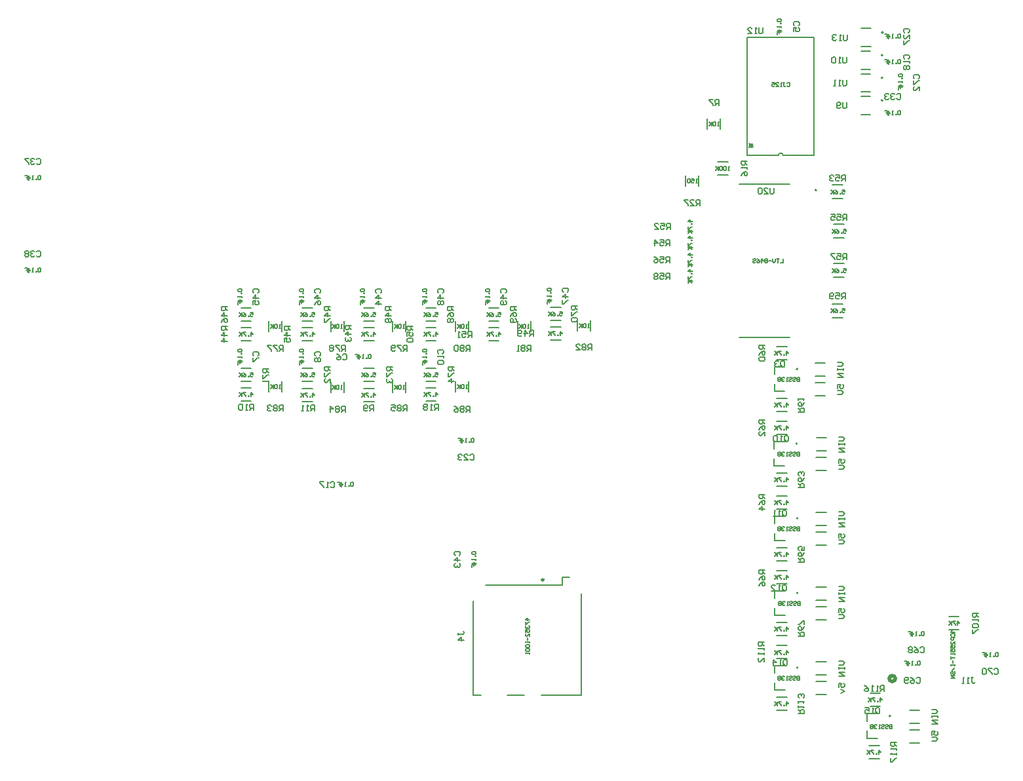
<source format=gbr>
%TF.GenerationSoftware,Altium Limited,Altium Designer,22.2.1 (43)*%
G04 Layer_Color=12429013*
%FSLAX44Y44*%
%MOMM*%
%TF.SameCoordinates,040CE2E0-B857-4D47-B26F-9B72162B56B4*%
%TF.FilePolarity,Positive*%
%TF.FileFunction,Legend,Bot*%
%TF.Part,Single*%
G01*
G75*
%TA.AperFunction,NonConductor*%
%ADD95C,0.2000*%
%ADD96C,0.5080*%
%ADD97C,0.3000*%
%ADD98C,0.1270*%
D95*
X1485185Y1085850D02*
G03*
X1478835Y1085850I-3175J0D01*
G01*
X1504400Y423949D02*
G03*
X1504400Y423949I-1000J0D01*
G01*
X1623780Y361719D02*
G03*
X1623780Y361719I-1000J0D01*
G01*
X1528260Y1040960D02*
G03*
X1528260Y1040960I-1000J0D01*
G01*
X1504320Y520468D02*
G03*
X1504320Y520468I-1000J0D01*
G01*
Y616988D02*
G03*
X1504320Y616988I-1000J0D01*
G01*
X1503490Y713508D02*
G03*
X1503490Y713508I-1000J0D01*
G01*
X1503960Y810029D02*
G03*
X1503960Y810029I-1000J0D01*
G01*
X1614284Y1244900D02*
G03*
X1614284Y1244900I-1000J0D01*
G01*
X1613724Y1157120D02*
G03*
X1613724Y1157120I-1000J0D01*
G01*
Y1186330D02*
G03*
X1613724Y1186330I-1000J0D01*
G01*
Y1215540D02*
G03*
X1613724Y1215540I-1000J0D01*
G01*
X1438860Y1085850D02*
X1478835D01*
X1485185D02*
X1525160D01*
Y1238250D01*
X1438860D02*
X1525160D01*
X1438860Y1085850D02*
Y1238250D01*
D96*
X1626108Y413766D02*
G03*
X1626108Y406146I0J-3810D01*
G01*
D02*
G03*
X1626108Y413766I0J3810D01*
G01*
D97*
X1175430Y537820D02*
G03*
X1175430Y537820I-1000J0D01*
G01*
D98*
X1526190Y800490D02*
X1539590Y800490D01*
X1526190Y817490D02*
X1539590D01*
X1526190Y775090D02*
X1539590Y775090D01*
X1526190Y792090D02*
X1539590Y792090D01*
X1527460Y510930D02*
X1540860D01*
X1527460Y527930D02*
X1540860D01*
X1527460Y485530D02*
X1540860D01*
X1527460Y502530D02*
X1540860D01*
X1527460Y582050D02*
X1540860D01*
X1527460Y599050D02*
X1540860D01*
X1527460Y607450D02*
X1540860Y607450D01*
X1527460Y624450D02*
X1540860D01*
X1527460Y678570D02*
X1540860Y678570D01*
X1527460Y695570D02*
X1540860D01*
X1527900Y703970D02*
X1541300D01*
X1527900Y720970D02*
X1541300D01*
X1474400Y426649D02*
X1487400D01*
X1474400Y395249D02*
X1487400D01*
X1474400Y417149D02*
Y426649D01*
Y395249D02*
Y404749D01*
X1593780Y364419D02*
X1606780D01*
X1593780Y333019D02*
X1606780D01*
X1593780Y354919D02*
Y364419D01*
Y333019D02*
Y342519D01*
X1476660Y436000D02*
X1490060D01*
X1476660Y453000D02*
X1490060D01*
X1527460Y414410D02*
X1540860D01*
X1527460Y431410D02*
X1540860D01*
X1527460Y389010D02*
X1540860D01*
X1527460Y406010D02*
X1540860D01*
X1597310Y373770D02*
X1610710D01*
X1597310Y390770D02*
X1610710D01*
X1596040Y306460D02*
X1609440D01*
X1596040Y323460D02*
X1609440D01*
X1648110Y326780D02*
X1661510D01*
X1648110Y343780D02*
X1661510D01*
X1648110Y352180D02*
X1661510Y352180D01*
X1648110Y369180D02*
X1661510Y369180D01*
X1476660Y368690D02*
X1490060D01*
X1476660Y385690D02*
X1490060D01*
X1428760Y850760D02*
X1493760D01*
X1428760Y1049160D02*
X1493760D01*
X1476660Y561730D02*
X1490060D01*
X1476660Y578730D02*
X1490060D01*
X1476660Y658250D02*
X1490060D01*
X1476660Y675250D02*
X1490060D01*
X1023270Y871610D02*
X1036670D01*
X1023270Y888610D02*
X1036670D01*
X1698910Y489830D02*
X1712310D01*
X1698910Y472830D02*
X1712310D01*
X1474320Y491769D02*
Y501268D01*
Y513669D02*
Y523169D01*
Y491769D02*
X1487320D01*
X1474320Y523169D02*
X1487320D01*
X1476660Y549520D02*
X1490060D01*
X1476660Y532520D02*
X1490060D01*
X1476660Y482210D02*
X1490060D01*
X1476660Y465210D02*
X1490060D01*
X1474320Y588289D02*
Y597788D01*
Y610188D02*
Y619689D01*
Y588289D02*
X1487320D01*
X1474320Y619689D02*
X1487320D01*
X1476660Y646040D02*
X1490060D01*
X1476660Y629040D02*
X1490060D01*
X1473490Y684809D02*
Y694308D01*
Y706709D02*
Y716209D01*
Y684809D02*
X1486490D01*
X1473490Y716209D02*
X1486490D01*
X1476660Y742560D02*
X1490060D01*
X1476660Y725560D02*
X1490060D01*
X1473960Y781329D02*
Y790829D01*
Y803229D02*
Y812729D01*
Y781329D02*
X1486960D01*
X1473960Y812729D02*
X1486960D01*
X1476660Y839080D02*
X1490060D01*
X1476660Y822080D02*
X1490060D01*
X1476660Y771770D02*
X1490060D01*
X1476660Y754770D02*
X1490060D01*
X1548950Y894190D02*
X1562550D01*
X1548950Y876190D02*
X1562550D01*
X1550220Y946260D02*
X1563820D01*
X1550220Y928260D02*
X1563820D01*
X1548910Y1047860D02*
X1562510D01*
X1548910Y1029860D02*
X1562510D01*
X1550220Y997060D02*
X1563820D01*
X1550220Y979060D02*
X1563820D01*
X1376290Y1046130D02*
Y1059530D01*
X1359290Y1046130D02*
Y1059530D01*
X1362770Y1000660D02*
X1368370D01*
X1362770Y988160D02*
X1368370D01*
X1362450Y979070D02*
X1368050D01*
X1362450Y966570D02*
X1368050D01*
X1362450Y957480D02*
X1368050D01*
X1362450Y944980D02*
X1368050D01*
X1362450Y935890D02*
X1368050D01*
X1362450Y923390D02*
X1368050D01*
X1400460Y1060840D02*
X1413860D01*
X1400460Y1077840D02*
X1413860D01*
X1404230Y1119790D02*
Y1133190D01*
X1387230Y1119790D02*
Y1133190D01*
X1586034Y1250100D02*
X1598534D01*
X1586034Y1226700D02*
X1598534D01*
X784510Y888610D02*
X797910D01*
X784510Y871610D02*
X797910D01*
X943260Y846210D02*
X956660D01*
X943260Y863210D02*
X956660D01*
X1023270Y846210D02*
X1036670D01*
X1023270Y863210D02*
X1036670D01*
X1184560Y889880D02*
X1197960D01*
X1184560Y872880D02*
X1197960D01*
X1104550Y888610D02*
X1117950D01*
X1104550Y871610D02*
X1117950D01*
X943260Y888610D02*
X956660D01*
X943260Y871610D02*
X956660D01*
X864080Y888610D02*
X877480D01*
X864080Y871610D02*
X877480D01*
X1236590Y859440D02*
Y872840D01*
X1219590Y859440D02*
Y872840D01*
X1159120Y858170D02*
Y871570D01*
X1142120Y858170D02*
Y871570D01*
X1079110Y858170D02*
Y871570D01*
X1062110Y858170D02*
Y871570D01*
X997830Y858170D02*
Y871570D01*
X980830Y858170D02*
Y871570D01*
X917820Y858170D02*
Y871570D01*
X900820Y858170D02*
Y871570D01*
X864080Y846210D02*
X877480D01*
X864080Y863210D02*
X877480D01*
X837810Y858610D02*
Y872010D01*
X820810Y858610D02*
Y872010D01*
X784510Y846210D02*
X797910D01*
X784510Y863210D02*
X797910D01*
X943260Y811140D02*
X956660D01*
X943260Y794140D02*
X956660D01*
X864080Y811140D02*
X877480D01*
X864080Y794140D02*
X877480D01*
X784510Y811140D02*
X797910D01*
X784510Y794140D02*
X797910D01*
X784510Y768740D02*
X797910D01*
X784510Y785740D02*
X797910D01*
X837810Y780700D02*
Y794100D01*
X820810Y780700D02*
Y794100D01*
X864080Y767470D02*
X877480D01*
X864080Y784470D02*
X877480D01*
X917820Y779430D02*
Y792830D01*
X900820Y779430D02*
Y792830D01*
X943260Y767470D02*
X956660D01*
X943260Y784470D02*
X956660D01*
X997830Y779430D02*
Y792830D01*
X980830Y779430D02*
Y792830D01*
X1023270Y811140D02*
X1036670D01*
X1023270Y794140D02*
X1036670D01*
X1079110Y780700D02*
Y794100D01*
X1062110Y780700D02*
Y794100D01*
X1023270Y785740D02*
X1036670D01*
X1023270Y768740D02*
X1036670D01*
X1104550Y863210D02*
X1117950D01*
X1104550Y846210D02*
X1117950D01*
X1184560Y864480D02*
X1197960D01*
X1184560Y847480D02*
X1197960D01*
X1585474Y1138920D02*
X1597974D01*
X1585474Y1162320D02*
X1597974D01*
X1585474Y1168130D02*
X1597974D01*
X1585474Y1191530D02*
X1597974D01*
X1585474Y1197340D02*
X1597974D01*
X1585474Y1220740D02*
X1597974D01*
X1084430Y388820D02*
X1094430D01*
X1084430D02*
Y510820D01*
X1100430Y530820D02*
X1199430D01*
Y540820D01*
X1209430D01*
X1224430Y388820D02*
Y519820D01*
X1172430Y388820D02*
X1224430D01*
X1128430D02*
X1150430D01*
X1441290Y1096012D02*
X1446368Y1101090D01*
X1441290D02*
X1446368Y1096012D01*
X1441290Y1098551D02*
X1446368D01*
X1443829Y1101090D02*
Y1096012D01*
X1557021Y591820D02*
Y596898D01*
X1560830D01*
X1559560Y594359D01*
Y593089D01*
X1560830Y591820D01*
X1563369D01*
X1564639Y593089D01*
Y595628D01*
X1563369Y596898D01*
X1557021Y589280D02*
X1562100D01*
X1564639Y586741D01*
X1562100Y584202D01*
X1557021D01*
X1460499Y457196D02*
X1452881D01*
Y453387D01*
X1454151Y452118D01*
X1456690D01*
X1457959Y453387D01*
Y457196D01*
Y454657D02*
X1460499Y452118D01*
Y449578D02*
Y447039D01*
Y448309D01*
X1452881D01*
X1454151Y449578D01*
X1460499Y443230D02*
Y440691D01*
Y441961D01*
X1452881D01*
X1454151Y443230D01*
X1460499Y431804D02*
Y436883D01*
X1455420Y431804D01*
X1454151D01*
X1452881Y433074D01*
Y435613D01*
X1454151Y436883D01*
X1489708Y441320D02*
Y446399D01*
X1492247Y443859D01*
X1488862D01*
X1487169Y441320D02*
Y442167D01*
X1486322D01*
Y441320D01*
X1487169D01*
X1482937Y446399D02*
X1479551D01*
Y445552D01*
X1482937Y442167D01*
Y441320D01*
X1477858Y446399D02*
Y441320D01*
Y443013D01*
X1474473Y446399D01*
X1477012Y443859D01*
X1474473Y441320D01*
X1504951Y364494D02*
X1512569D01*
Y368303D01*
X1511299Y369572D01*
X1508760D01*
X1507490Y368303D01*
Y364494D01*
Y367033D02*
X1504951Y369572D01*
Y372112D02*
Y374651D01*
Y373381D01*
X1512569D01*
X1511299Y372112D01*
X1504951Y378460D02*
Y380999D01*
Y379729D01*
X1512569D01*
X1511299Y378460D01*
Y384808D02*
X1512569Y386077D01*
Y388616D01*
X1511299Y389886D01*
X1510030D01*
X1508760Y388616D01*
Y387347D01*
Y388616D01*
X1507490Y389886D01*
X1506221D01*
X1504951Y388616D01*
Y386077D01*
X1506221Y384808D01*
X1489708Y374651D02*
Y379729D01*
X1492247Y377190D01*
X1488862D01*
X1487169Y374651D02*
Y375497D01*
X1486322D01*
Y374651D01*
X1487169D01*
X1482937Y379729D02*
X1479551D01*
Y378883D01*
X1482937Y375497D01*
Y374651D01*
X1477858Y379729D02*
Y374651D01*
Y376344D01*
X1474473Y379729D01*
X1477012Y377190D01*
X1474473Y374651D01*
X1631949Y327656D02*
X1624331D01*
Y323847D01*
X1625601Y322578D01*
X1628140D01*
X1629409Y323847D01*
Y327656D01*
Y325117D02*
X1631949Y322578D01*
Y320038D02*
Y317499D01*
Y318769D01*
X1624331D01*
X1625601Y320038D01*
X1631949Y313690D02*
Y311151D01*
Y312421D01*
X1624331D01*
X1625601Y313690D01*
X1624331Y307342D02*
Y302264D01*
X1625601D01*
X1630679Y307342D01*
X1631949D01*
X1609088Y312421D02*
Y317499D01*
X1611627Y314960D01*
X1608241D01*
X1606549Y312421D02*
Y313267D01*
X1605702D01*
Y312421D01*
X1606549D01*
X1602317Y317499D02*
X1598931D01*
Y316653D01*
X1602317Y313267D01*
Y312421D01*
X1597238Y317499D02*
Y312421D01*
Y314114D01*
X1593853Y317499D01*
X1596392Y314960D01*
X1593853Y312421D01*
X1555751Y784860D02*
Y789938D01*
X1559560D01*
X1558290Y787399D01*
Y786129D01*
X1559560Y784860D01*
X1562099D01*
X1563369Y786129D01*
Y788668D01*
X1562099Y789938D01*
X1555751Y782320D02*
X1560829D01*
X1563369Y779781D01*
X1560829Y777242D01*
X1555751D01*
X1557021Y432432D02*
X1562100D01*
X1564639Y429893D01*
X1562100Y427354D01*
X1557021D01*
Y424814D02*
Y422275D01*
Y423545D01*
X1564639D01*
Y424814D01*
Y422275D01*
Y418466D02*
X1557021D01*
X1564639Y413388D01*
X1557021D01*
X1557021Y398780D02*
Y403858D01*
X1560830D01*
X1559560Y401319D01*
Y400049D01*
X1560830Y398780D01*
X1563369D01*
X1564639Y400049D01*
Y402588D01*
X1563369Y403858D01*
X1559560Y396240D02*
X1564639Y393701D01*
X1559560Y391162D01*
X1615766Y393371D02*
Y400989D01*
X1611957D01*
X1610688Y399719D01*
Y397180D01*
X1611957Y395910D01*
X1615766D01*
X1613227D02*
X1610688Y393371D01*
X1608148D02*
X1605609D01*
X1606879D01*
Y400989D01*
X1608148Y399719D01*
X1601800Y393371D02*
X1599261D01*
X1600531D01*
Y400989D01*
X1601800Y399719D01*
X1590374Y400989D02*
X1592913Y399719D01*
X1595453Y397180D01*
Y394641D01*
X1594183Y393371D01*
X1591644D01*
X1590374Y394641D01*
Y395910D01*
X1591644Y397180D01*
X1595453D01*
X1610358Y379731D02*
Y384809D01*
X1612897Y382270D01*
X1609512D01*
X1607819Y379731D02*
Y380577D01*
X1606972D01*
Y379731D01*
X1607819D01*
X1603587Y384809D02*
X1600201D01*
Y383963D01*
X1603587Y380577D01*
Y379731D01*
X1598508Y384809D02*
Y379731D01*
Y381424D01*
X1595123Y384809D01*
X1597662Y382270D01*
X1595123Y379731D01*
X1557021Y528952D02*
X1562100D01*
X1564639Y526413D01*
X1562100Y523874D01*
X1557021D01*
Y521334D02*
Y518795D01*
Y520065D01*
X1564639D01*
Y521334D01*
Y518795D01*
Y514986D02*
X1557021D01*
X1564639Y509908D01*
X1557021D01*
Y495300D02*
Y500378D01*
X1560830D01*
X1559560Y497839D01*
Y496569D01*
X1560830Y495300D01*
X1563369D01*
X1564639Y496569D01*
Y499108D01*
X1563369Y500378D01*
X1557021Y492760D02*
X1562100D01*
X1564639Y490221D01*
X1562100Y487682D01*
X1557021D01*
Y688340D02*
Y693418D01*
X1560830D01*
X1559560Y690879D01*
Y689609D01*
X1560830Y688340D01*
X1563369D01*
X1564639Y689609D01*
Y692148D01*
X1563369Y693418D01*
X1557021Y685800D02*
X1562100D01*
X1564639Y683261D01*
X1562100Y680722D01*
X1557021D01*
X1555751Y818512D02*
X1560830D01*
X1563369Y815973D01*
X1560830Y813434D01*
X1555751D01*
Y810894D02*
Y808355D01*
Y809625D01*
X1563369D01*
Y810894D01*
Y808355D01*
Y804546D02*
X1555751D01*
X1563369Y799468D01*
X1555751D01*
X1557021Y721992D02*
X1562100D01*
X1564639Y719453D01*
X1562100Y716914D01*
X1557021D01*
Y714374D02*
Y711835D01*
Y713105D01*
X1564639D01*
Y714374D01*
Y711835D01*
Y708026D02*
X1557021D01*
X1564639Y702948D01*
X1557021D01*
X1677671Y336550D02*
Y341628D01*
X1681480D01*
X1680210Y339089D01*
Y337819D01*
X1681480Y336550D01*
X1684019D01*
X1685289Y337819D01*
Y340358D01*
X1684019Y341628D01*
X1677671Y334010D02*
X1682750D01*
X1685289Y331471D01*
X1682750Y328932D01*
X1677671D01*
X1557021Y625472D02*
X1562100D01*
X1564639Y622933D01*
X1562100Y620394D01*
X1557021D01*
Y617854D02*
Y615315D01*
Y616585D01*
X1564639D01*
Y617854D01*
Y615315D01*
Y611506D02*
X1557021D01*
X1564639Y606428D01*
X1557021D01*
X1677671Y370202D02*
X1682750D01*
X1685289Y367663D01*
X1682750Y365124D01*
X1677671D01*
Y362584D02*
Y360045D01*
Y361315D01*
X1685289D01*
Y362584D01*
Y360045D01*
Y356236D02*
X1677671D01*
X1685289Y351158D01*
X1677671D01*
X1604644Y365761D02*
Y370839D01*
X1605913Y372109D01*
X1608452D01*
X1609722Y370839D01*
Y365761D01*
X1608452Y364491D01*
X1605913D01*
X1607183Y367030D02*
X1604644Y364491D01*
X1605913D02*
X1604644Y365761D01*
X1602104Y364491D02*
X1599565D01*
X1600835D01*
Y372109D01*
X1602104Y370839D01*
X1590678Y372109D02*
X1595756D01*
Y368300D01*
X1593217Y369570D01*
X1591948D01*
X1590678Y368300D01*
Y365761D01*
X1591948Y364491D01*
X1594487D01*
X1595756Y365761D01*
X1625596Y350519D02*
Y345441D01*
X1623056D01*
X1622210Y346287D01*
Y347134D01*
X1623056Y347980D01*
X1625596D01*
X1623056D01*
X1622210Y348826D01*
Y349673D01*
X1623056Y350519D01*
X1625596D01*
X1617132Y349673D02*
X1617978Y350519D01*
X1619671D01*
X1620517Y349673D01*
Y348826D01*
X1619671Y347980D01*
X1617978D01*
X1617132Y347134D01*
Y346287D01*
X1617978Y345441D01*
X1619671D01*
X1620517Y346287D01*
X1612053Y349673D02*
X1612900Y350519D01*
X1614592D01*
X1615439Y349673D01*
Y348826D01*
X1614592Y347980D01*
X1612900D01*
X1612053Y347134D01*
Y346287D01*
X1612900Y345441D01*
X1614592D01*
X1615439Y346287D01*
X1610360Y345441D02*
X1608668D01*
X1609514D01*
Y350519D01*
X1610360Y349673D01*
X1606128D02*
X1605282Y350519D01*
X1603589D01*
X1602743Y349673D01*
Y348826D01*
X1603589Y347980D01*
X1604436D01*
X1603589D01*
X1602743Y347134D01*
Y346287D01*
X1603589Y345441D01*
X1605282D01*
X1606128Y346287D01*
X1601050Y349673D02*
X1600204Y350519D01*
X1598511D01*
X1597664Y349673D01*
Y348826D01*
X1598511Y347980D01*
X1597664Y347134D01*
Y346287D01*
X1598511Y345441D01*
X1600204D01*
X1601050Y346287D01*
Y347134D01*
X1600204Y347980D01*
X1601050Y348826D01*
Y349673D01*
X1600204Y347980D02*
X1598511D01*
X1485264Y427991D02*
Y433069D01*
X1486533Y434339D01*
X1489072D01*
X1490342Y433069D01*
Y427991D01*
X1489072Y426721D01*
X1486533D01*
X1487803Y429260D02*
X1485264Y426721D01*
X1486533D02*
X1485264Y427991D01*
X1482724Y426721D02*
X1480185D01*
X1481455D01*
Y434339D01*
X1482724Y433069D01*
X1472568Y426721D02*
Y434339D01*
X1476376Y430530D01*
X1471298D01*
X1506216Y412749D02*
Y407671D01*
X1503676D01*
X1502830Y408517D01*
Y409364D01*
X1503676Y410210D01*
X1506216D01*
X1503676D01*
X1502830Y411056D01*
Y411903D01*
X1503676Y412749D01*
X1506216D01*
X1497751Y411903D02*
X1498598Y412749D01*
X1500291D01*
X1501137Y411903D01*
Y411056D01*
X1500291Y410210D01*
X1498598D01*
X1497751Y409364D01*
Y408517D01*
X1498598Y407671D01*
X1500291D01*
X1501137Y408517D01*
X1492673Y411903D02*
X1493520Y412749D01*
X1495212D01*
X1496059Y411903D01*
Y411056D01*
X1495212Y410210D01*
X1493520D01*
X1492673Y409364D01*
Y408517D01*
X1493520Y407671D01*
X1495212D01*
X1496059Y408517D01*
X1490980Y407671D02*
X1489288D01*
X1490134D01*
Y412749D01*
X1490980Y411903D01*
X1486748D02*
X1485902Y412749D01*
X1484209D01*
X1483363Y411903D01*
Y411056D01*
X1484209Y410210D01*
X1485056D01*
X1484209D01*
X1483363Y409364D01*
Y408517D01*
X1484209Y407671D01*
X1485902D01*
X1486748Y408517D01*
X1481670Y411903D02*
X1480824Y412749D01*
X1479131D01*
X1478284Y411903D01*
Y411056D01*
X1479131Y410210D01*
X1478284Y409364D01*
Y408517D01*
X1479131Y407671D01*
X1480824D01*
X1481670Y408517D01*
Y409364D01*
X1480824Y410210D01*
X1481670Y411056D01*
Y411903D01*
X1480824Y410210D02*
X1479131D01*
X1654811Y1184908D02*
X1653541Y1186178D01*
Y1188717D01*
X1654811Y1189987D01*
X1659889D01*
X1661159Y1188717D01*
Y1186178D01*
X1659889Y1184908D01*
X1653541Y1182369D02*
Y1177291D01*
X1654811D01*
X1659889Y1182369D01*
X1661159D01*
Y1169673D02*
Y1174752D01*
X1656080Y1169673D01*
X1654811D01*
X1653541Y1170943D01*
Y1173482D01*
X1654811Y1174752D01*
X1634917Y1191341D02*
X1634071Y1190494D01*
Y1188801D01*
X1634917Y1187955D01*
X1638303D01*
X1639149Y1188801D01*
Y1190494D01*
X1638303Y1191341D01*
X1634917D01*
X1639149Y1186262D02*
X1638303D01*
Y1185416D01*
X1639149D01*
Y1186262D01*
Y1182030D02*
Y1180338D01*
Y1181184D01*
X1634071D01*
X1634917Y1182030D01*
X1636610Y1177798D02*
Y1176106D01*
X1637457Y1177798D02*
Y1176106D01*
X1634071D02*
X1639996D01*
X1634071Y1171027D02*
Y1174413D01*
X1636610D01*
Y1172720D01*
Y1174413D01*
X1639149D01*
X1737359Y494661D02*
X1729741D01*
Y490852D01*
X1731011Y489582D01*
X1733550D01*
X1734819Y490852D01*
Y494661D01*
Y492122D02*
X1737359Y489582D01*
Y487043D02*
Y484504D01*
Y485774D01*
X1729741D01*
X1731011Y487043D01*
Y480695D02*
X1729741Y479426D01*
Y476886D01*
X1731011Y475617D01*
X1736089D01*
X1737359Y476886D01*
Y479426D01*
X1736089Y480695D01*
X1731011D01*
X1729741Y473078D02*
Y467999D01*
X1731011D01*
X1736089Y473078D01*
X1737359D01*
X1709929Y478790D02*
Y483868D01*
X1712468Y481329D01*
X1709082D01*
X1707390Y483868D02*
X1704004D01*
Y483022D01*
X1707390Y479636D01*
Y478790D01*
X1702311Y483868D02*
Y478790D01*
Y480483D01*
X1698926Y483868D01*
X1701465Y481329D01*
X1698926Y478790D01*
X1727834Y411479D02*
X1730373D01*
X1729104D01*
Y405131D01*
X1730373Y403861D01*
X1731643D01*
X1732912Y405131D01*
X1725295Y403861D02*
X1722756D01*
X1724025D01*
Y411479D01*
X1725295Y410209D01*
X1718947Y403861D02*
X1716408D01*
X1717677D01*
Y411479D01*
X1718947Y410209D01*
X1706805Y472768D02*
X1701726D01*
X1703419Y471075D01*
X1701726Y469382D01*
X1706805D01*
X1702573Y464304D02*
X1701726Y465150D01*
Y466843D01*
X1702573Y467689D01*
X1705958D01*
X1706805Y466843D01*
Y465150D01*
X1705958Y464304D01*
X1706805Y462611D02*
X1701726D01*
Y460072D01*
X1702573Y459225D01*
X1704265D01*
X1705112Y460072D01*
Y462611D01*
X1706805Y454147D02*
Y457533D01*
X1703419Y454147D01*
X1702573D01*
X1701726Y454993D01*
Y456686D01*
X1702573Y457533D01*
X1701726Y449069D02*
Y452454D01*
X1704265D01*
X1703419Y450761D01*
Y449915D01*
X1704265Y449069D01*
X1705958D01*
X1706805Y449915D01*
Y451608D01*
X1705958Y452454D01*
X1701726Y443990D02*
Y447376D01*
X1704265D01*
X1703419Y445683D01*
Y444837D01*
X1704265Y443990D01*
X1705958D01*
X1706805Y444837D01*
Y446530D01*
X1705958Y447376D01*
X1706805Y442298D02*
Y440605D01*
Y441451D01*
X1701726D01*
X1702573Y442298D01*
X1701726Y438066D02*
Y434680D01*
Y436373D01*
X1706805D01*
X1704265Y432987D02*
Y429602D01*
X1701726Y427909D02*
Y426216D01*
Y427062D01*
X1706805D01*
Y427909D01*
Y426216D01*
Y423677D02*
X1703419Y420291D01*
X1702573Y415213D02*
X1701726Y416059D01*
Y417752D01*
X1702573Y418599D01*
X1703419D01*
X1704265Y417752D01*
Y416059D01*
X1705112Y415213D01*
X1705958D01*
X1706805Y416059D01*
Y417752D01*
X1705958Y418599D01*
X1706805Y413520D02*
X1701726D01*
X1706805Y410135D01*
X1701726D01*
X1757678Y421639D02*
X1758948Y422909D01*
X1761487D01*
X1762757Y421639D01*
Y416561D01*
X1761487Y415291D01*
X1758948D01*
X1757678Y416561D01*
X1755139Y422909D02*
X1750061D01*
Y421639D01*
X1755139Y416561D01*
Y415291D01*
X1747522Y421639D02*
X1746252Y422909D01*
X1743713D01*
X1742443Y421639D01*
Y416561D01*
X1743713Y415291D01*
X1746252D01*
X1747522Y416561D01*
Y421639D01*
X1762760Y442890D02*
X1761914Y443736D01*
X1760221D01*
X1759374Y442890D01*
Y439504D01*
X1760221Y438658D01*
X1761914D01*
X1762760Y439504D01*
Y442890D01*
X1757682Y438658D02*
Y439504D01*
X1756835D01*
Y438658D01*
X1757682D01*
X1753450D02*
X1751757D01*
X1752603D01*
Y443736D01*
X1753450Y442890D01*
X1749218Y441197D02*
X1747525D01*
X1749218Y440351D02*
X1747525D01*
Y443736D02*
Y437812D01*
X1742447Y443736D02*
X1745832D01*
Y441197D01*
X1744139D01*
X1745832D01*
Y438658D01*
X1657348Y410209D02*
X1658618Y411479D01*
X1661157D01*
X1662427Y410209D01*
Y405131D01*
X1661157Y403861D01*
X1658618D01*
X1657348Y405131D01*
X1649731Y411479D02*
X1652270Y410209D01*
X1654809Y407670D01*
Y405131D01*
X1653540Y403861D01*
X1651000D01*
X1649731Y405131D01*
Y406400D01*
X1651000Y407670D01*
X1654809D01*
X1647192Y405131D02*
X1645922Y403861D01*
X1643383D01*
X1642113Y405131D01*
Y410209D01*
X1643383Y411479D01*
X1645922D01*
X1647192Y410209D01*
Y408940D01*
X1645922Y407670D01*
X1642113D01*
X1662430Y431460D02*
X1661584Y432306D01*
X1659891D01*
X1659044Y431460D01*
Y428074D01*
X1659891Y427228D01*
X1661584D01*
X1662430Y428074D01*
Y431460D01*
X1657352Y427228D02*
Y428074D01*
X1656505D01*
Y427228D01*
X1657352D01*
X1653120D02*
X1651427D01*
X1652273D01*
Y432306D01*
X1653120Y431460D01*
X1648888Y429767D02*
X1647195D01*
X1648888Y428921D02*
X1647195D01*
Y432306D02*
Y426382D01*
X1642117Y432306D02*
X1645502D01*
Y429767D01*
X1643809D01*
X1645502D01*
Y427228D01*
X1662428Y449579D02*
X1663698Y450849D01*
X1666237D01*
X1667507Y449579D01*
Y444501D01*
X1666237Y443231D01*
X1663698D01*
X1662428Y444501D01*
X1654811Y450849D02*
X1657350Y449579D01*
X1659889Y447040D01*
Y444501D01*
X1658620Y443231D01*
X1656080D01*
X1654811Y444501D01*
Y445770D01*
X1656080Y447040D01*
X1659889D01*
X1652272Y449579D02*
X1651002Y450849D01*
X1648463D01*
X1647193Y449579D01*
Y448310D01*
X1648463Y447040D01*
X1647193Y445770D01*
Y444501D01*
X1648463Y443231D01*
X1651002D01*
X1652272Y444501D01*
Y445770D01*
X1651002Y447040D01*
X1652272Y448310D01*
Y449579D01*
X1651002Y447040D02*
X1648463D01*
X1667510Y469560D02*
X1666664Y470406D01*
X1664971D01*
X1664124Y469560D01*
Y466174D01*
X1664971Y465328D01*
X1666664D01*
X1667510Y466174D01*
Y469560D01*
X1662432Y465328D02*
Y466174D01*
X1661585D01*
Y465328D01*
X1662432D01*
X1658200D02*
X1656507D01*
X1657353D01*
Y470406D01*
X1658200Y469560D01*
X1653968Y467867D02*
X1652275D01*
X1653968Y467021D02*
X1652275D01*
Y470406D02*
Y464482D01*
X1647197Y470406D02*
X1650582D01*
Y467867D01*
X1648889D01*
X1650582D01*
Y465328D01*
X1402078Y1150621D02*
Y1158239D01*
X1398269D01*
X1397000Y1156969D01*
Y1154430D01*
X1398269Y1153160D01*
X1402078D01*
X1399539D02*
X1397000Y1150621D01*
X1394460Y1158239D02*
X1389382D01*
Y1156969D01*
X1394460Y1151891D01*
Y1150621D01*
X1402080Y1123950D02*
X1400387D01*
X1401234D01*
Y1129028D01*
X1402080Y1128182D01*
X1397848D02*
X1397002Y1129028D01*
X1395309D01*
X1394462Y1128182D01*
Y1124796D01*
X1395309Y1123950D01*
X1397002D01*
X1397848Y1124796D01*
Y1128182D01*
X1392770Y1129028D02*
Y1123950D01*
Y1125643D01*
X1389384Y1129028D01*
X1391923Y1126489D01*
X1389384Y1123950D01*
X1438909Y1078862D02*
X1431291D01*
Y1075053D01*
X1432561Y1073784D01*
X1435100D01*
X1436370Y1075053D01*
Y1078862D01*
Y1076323D02*
X1438909Y1073784D01*
Y1071244D02*
Y1068705D01*
Y1069975D01*
X1431291D01*
X1432561Y1071244D01*
X1431291Y1059818D02*
X1432561Y1062357D01*
X1435100Y1064896D01*
X1437639D01*
X1438909Y1063627D01*
Y1061088D01*
X1437639Y1059818D01*
X1436370D01*
X1435100Y1061088D01*
Y1064896D01*
X1416050Y1066800D02*
X1414357D01*
X1415204D01*
Y1071878D01*
X1416050Y1071032D01*
X1411818D02*
X1410972Y1071878D01*
X1409279D01*
X1408432Y1071032D01*
Y1067646D01*
X1409279Y1066800D01*
X1410972D01*
X1411818Y1067646D01*
Y1071032D01*
X1406740D02*
X1405893Y1071878D01*
X1404200D01*
X1403354Y1071032D01*
Y1067646D01*
X1404200Y1066800D01*
X1405893D01*
X1406740Y1067646D01*
Y1071032D01*
X1401661Y1071878D02*
Y1066800D01*
Y1068493D01*
X1398276Y1071878D01*
X1400815Y1069339D01*
X1398276Y1066800D01*
X1377947Y1021081D02*
Y1028699D01*
X1374138D01*
X1372868Y1027429D01*
Y1024890D01*
X1374138Y1023620D01*
X1377947D01*
X1375408D02*
X1372868Y1021081D01*
X1365251D02*
X1370329D01*
X1365251Y1026160D01*
Y1027429D01*
X1366520Y1028699D01*
X1369060D01*
X1370329Y1027429D01*
X1362712Y1028699D02*
X1357633D01*
Y1027429D01*
X1362712Y1022351D01*
Y1021081D01*
X1374140Y1050290D02*
X1372447D01*
X1373294D01*
Y1055368D01*
X1374140Y1054522D01*
X1366523Y1055368D02*
X1369908D01*
Y1052829D01*
X1368215Y1053676D01*
X1367369D01*
X1366523Y1052829D01*
Y1051136D01*
X1367369Y1050290D01*
X1369062D01*
X1369908Y1051136D01*
X1364830Y1054522D02*
X1363983Y1055368D01*
X1362290D01*
X1361444Y1054522D01*
Y1051136D01*
X1362290Y1050290D01*
X1363983D01*
X1364830Y1051136D01*
Y1054522D01*
X1159507Y833121D02*
Y840739D01*
X1155698D01*
X1154429Y839469D01*
Y836930D01*
X1155698Y835660D01*
X1159507D01*
X1156968D02*
X1154429Y833121D01*
X1151890Y839469D02*
X1150620Y840739D01*
X1148081D01*
X1146811Y839469D01*
Y838200D01*
X1148081Y836930D01*
X1146811Y835660D01*
Y834391D01*
X1148081Y833121D01*
X1150620D01*
X1151890Y834391D01*
Y835660D01*
X1150620Y836930D01*
X1151890Y838200D01*
Y839469D01*
X1150620Y836930D02*
X1148081D01*
X1144272Y833121D02*
X1141733D01*
X1143002D01*
Y840739D01*
X1144272Y839469D01*
X1156970Y862330D02*
X1155277D01*
X1156124D01*
Y867408D01*
X1156970Y866562D01*
X1152738D02*
X1151892Y867408D01*
X1150199D01*
X1149352Y866562D01*
Y863176D01*
X1150199Y862330D01*
X1151892D01*
X1152738Y863176D01*
Y866562D01*
X1147660Y867408D02*
Y862330D01*
Y864023D01*
X1144274Y867408D01*
X1146813Y864869D01*
X1144274Y862330D01*
X999487Y755651D02*
Y763269D01*
X995678D01*
X994408Y761999D01*
Y759460D01*
X995678Y758190D01*
X999487D01*
X996947D02*
X994408Y755651D01*
X991869Y761999D02*
X990600Y763269D01*
X988060D01*
X986791Y761999D01*
Y760730D01*
X988060Y759460D01*
X986791Y758190D01*
Y756921D01*
X988060Y755651D01*
X990600D01*
X991869Y756921D01*
Y758190D01*
X990600Y759460D01*
X991869Y760730D01*
Y761999D01*
X990600Y759460D02*
X988060D01*
X979173Y763269D02*
X984252D01*
Y759460D01*
X981712Y760730D01*
X980443D01*
X979173Y759460D01*
Y756921D01*
X980443Y755651D01*
X982982D01*
X984252Y756921D01*
X995680Y783590D02*
X993987D01*
X994834D01*
Y788668D01*
X995680Y787822D01*
X991448D02*
X990602Y788668D01*
X988909D01*
X988063Y787822D01*
Y784436D01*
X988909Y783590D01*
X990602D01*
X991448Y784436D01*
Y787822D01*
X986370Y788668D02*
Y783590D01*
Y785283D01*
X982984Y788668D01*
X985523Y786129D01*
X982984Y783590D01*
X999487Y833121D02*
Y840739D01*
X995678D01*
X994408Y839469D01*
Y836930D01*
X995678Y835660D01*
X999487D01*
X996947D02*
X994408Y833121D01*
X991869Y840739D02*
X986791D01*
Y839469D01*
X991869Y834391D01*
Y833121D01*
X984252Y834391D02*
X982982Y833121D01*
X980443D01*
X979173Y834391D01*
Y839469D01*
X980443Y840739D01*
X982982D01*
X984252Y839469D01*
Y838200D01*
X982982Y836930D01*
X979173D01*
X995680Y862330D02*
X993987D01*
X994834D01*
Y867408D01*
X995680Y866562D01*
X991448D02*
X990602Y867408D01*
X988909D01*
X988063Y866562D01*
Y863176D01*
X988909Y862330D01*
X990602D01*
X991448Y863176D01*
Y866562D01*
X986370Y867408D02*
Y862330D01*
Y864023D01*
X982984Y867408D01*
X985523Y864869D01*
X982984Y862330D01*
X839467Y833121D02*
Y840739D01*
X835658D01*
X834388Y839469D01*
Y836930D01*
X835658Y835660D01*
X839467D01*
X836927D02*
X834388Y833121D01*
X831849Y840739D02*
X826771D01*
Y839469D01*
X831849Y834391D01*
Y833121D01*
X824232Y840739D02*
X819153D01*
Y839469D01*
X824232Y834391D01*
Y833121D01*
X835660Y862838D02*
X833967D01*
X834814D01*
Y867916D01*
X835660Y867070D01*
X831428D02*
X830582Y867916D01*
X828889D01*
X828043Y867070D01*
Y863684D01*
X828889Y862838D01*
X830582D01*
X831428Y863684D01*
Y867070D01*
X826350Y867916D02*
Y862838D01*
Y864531D01*
X822964Y867916D01*
X825503Y865377D01*
X822964Y862838D01*
X1080767Y754381D02*
Y761999D01*
X1076958D01*
X1075688Y760729D01*
Y758190D01*
X1076958Y756920D01*
X1080767D01*
X1078227D02*
X1075688Y754381D01*
X1073149Y760729D02*
X1071880Y761999D01*
X1069340D01*
X1068071Y760729D01*
Y759460D01*
X1069340Y758190D01*
X1068071Y756920D01*
Y755651D01*
X1069340Y754381D01*
X1071880D01*
X1073149Y755651D01*
Y756920D01*
X1071880Y758190D01*
X1073149Y759460D01*
Y760729D01*
X1071880Y758190D02*
X1069340D01*
X1060453Y761999D02*
X1062992Y760729D01*
X1065532Y758190D01*
Y755651D01*
X1064262Y754381D01*
X1061723D01*
X1060453Y755651D01*
Y756920D01*
X1061723Y758190D01*
X1065532D01*
X1076960Y784860D02*
X1075267D01*
X1076114D01*
Y789938D01*
X1076960Y789092D01*
X1072728D02*
X1071882Y789938D01*
X1070189D01*
X1069342Y789092D01*
Y785706D01*
X1070189Y784860D01*
X1071882D01*
X1072728Y785706D01*
Y789092D01*
X1067650Y789938D02*
Y784860D01*
Y786553D01*
X1064264Y789938D01*
X1066803Y787399D01*
X1064264Y784860D01*
X1080767Y833121D02*
Y840739D01*
X1076958D01*
X1075688Y839469D01*
Y836930D01*
X1076958Y835660D01*
X1080767D01*
X1078227D02*
X1075688Y833121D01*
X1073149Y839469D02*
X1071880Y840739D01*
X1069340D01*
X1068071Y839469D01*
Y838200D01*
X1069340Y836930D01*
X1068071Y835660D01*
Y834391D01*
X1069340Y833121D01*
X1071880D01*
X1073149Y834391D01*
Y835660D01*
X1071880Y836930D01*
X1073149Y838200D01*
Y839469D01*
X1071880Y836930D02*
X1069340D01*
X1065532Y839469D02*
X1064262Y840739D01*
X1061723D01*
X1060453Y839469D01*
Y834391D01*
X1061723Y833121D01*
X1064262D01*
X1065532Y834391D01*
Y839469D01*
X1076960Y862330D02*
X1075267D01*
X1076114D01*
Y867408D01*
X1076960Y866562D01*
X1072728D02*
X1071882Y867408D01*
X1070189D01*
X1069342Y866562D01*
Y863176D01*
X1070189Y862330D01*
X1071882D01*
X1072728Y863176D01*
Y866562D01*
X1067650Y867408D02*
Y862330D01*
Y864023D01*
X1064264Y867408D01*
X1066803Y864869D01*
X1064264Y862330D01*
X980439Y812797D02*
X972821D01*
Y808988D01*
X974091Y807718D01*
X976630D01*
X977900Y808988D01*
Y812797D01*
Y810257D02*
X980439Y807718D01*
X972821Y805179D02*
Y800101D01*
X974091D01*
X979169Y805179D01*
X980439D01*
X974091Y797562D02*
X972821Y796292D01*
Y793753D01*
X974091Y792483D01*
X975360D01*
X976630Y793753D01*
Y795022D01*
Y793753D01*
X977900Y792483D01*
X979169D01*
X980439Y793753D01*
Y796292D01*
X979169Y797562D01*
X955464Y805178D02*
X958850D01*
Y802639D01*
X957157Y803486D01*
X956311D01*
X955464Y802639D01*
Y800946D01*
X956311Y800100D01*
X958004D01*
X958850Y800946D01*
X953772Y800100D02*
Y800946D01*
X952925D01*
Y800100D01*
X953772D01*
X946154Y805178D02*
X947847Y804332D01*
X949540Y802639D01*
Y800946D01*
X948693Y800100D01*
X947001D01*
X946154Y800946D01*
Y801793D01*
X947001Y802639D01*
X949540D01*
X944461Y805178D02*
Y800100D01*
Y801793D01*
X941076Y805178D01*
X943615Y802639D01*
X941076Y800100D01*
X1219199Y891537D02*
X1211581D01*
Y887728D01*
X1212851Y886458D01*
X1215390D01*
X1216660Y887728D01*
Y891537D01*
Y888997D02*
X1219199Y886458D01*
X1211581Y883919D02*
Y878841D01*
X1212851D01*
X1217929Y883919D01*
X1219199D01*
X1212851Y876302D02*
X1211581Y875032D01*
Y872493D01*
X1212851Y871223D01*
X1217929D01*
X1219199Y872493D01*
Y875032D01*
X1217929Y876302D01*
X1212851D01*
X1196764Y883918D02*
X1200150D01*
Y881379D01*
X1198457Y882226D01*
X1197611D01*
X1196764Y881379D01*
Y879686D01*
X1197611Y878840D01*
X1199304D01*
X1200150Y879686D01*
X1195072Y878840D02*
Y879686D01*
X1194225D01*
Y878840D01*
X1195072D01*
X1187454Y883918D02*
X1189147Y883072D01*
X1190840Y881379D01*
Y879686D01*
X1189993Y878840D01*
X1188300D01*
X1187454Y879686D01*
Y880533D01*
X1188300Y881379D01*
X1190840D01*
X1185761Y883918D02*
Y878840D01*
Y880533D01*
X1182376Y883918D01*
X1184915Y881379D01*
X1182376Y878840D01*
X1059179Y890267D02*
X1051561D01*
Y886458D01*
X1052831Y885188D01*
X1055370D01*
X1056640Y886458D01*
Y890267D01*
Y887728D02*
X1059179Y885188D01*
X1051561Y877571D02*
X1052831Y880110D01*
X1055370Y882649D01*
X1057909D01*
X1059179Y881380D01*
Y878840D01*
X1057909Y877571D01*
X1056640D01*
X1055370Y878840D01*
Y882649D01*
X1052831Y875032D02*
X1051561Y873762D01*
Y871223D01*
X1052831Y869953D01*
X1054100D01*
X1055370Y871223D01*
X1056640Y869953D01*
X1057909D01*
X1059179Y871223D01*
Y873762D01*
X1057909Y875032D01*
X1056640D01*
X1055370Y873762D01*
X1054100Y875032D01*
X1052831D01*
X1055370Y873762D02*
Y871223D01*
X1035471Y882649D02*
X1038857D01*
Y880110D01*
X1037164Y880956D01*
X1036318D01*
X1035471Y880110D01*
Y878417D01*
X1036318Y877571D01*
X1038011D01*
X1038857Y878417D01*
X1033779Y877571D02*
Y878417D01*
X1032932D01*
Y877571D01*
X1033779D01*
X1026161Y882649D02*
X1027854Y881803D01*
X1029547Y880110D01*
Y878417D01*
X1028700Y877571D01*
X1027008D01*
X1026161Y878417D01*
Y879264D01*
X1027008Y880110D01*
X1029547D01*
X1024468Y882649D02*
Y877571D01*
Y879264D01*
X1021083Y882649D01*
X1023622Y880110D01*
X1021083Y877571D01*
X767079Y890267D02*
X759461D01*
Y886458D01*
X760731Y885188D01*
X763270D01*
X764540Y886458D01*
Y890267D01*
Y887728D02*
X767079Y885188D01*
Y878840D02*
X759461D01*
X763270Y882649D01*
Y877571D01*
X759461Y869953D02*
X760731Y872492D01*
X763270Y875032D01*
X765809D01*
X767079Y873762D01*
Y871223D01*
X765809Y869953D01*
X764540D01*
X763270Y871223D01*
Y875032D01*
X796714Y882648D02*
X800100D01*
Y880109D01*
X798407Y880956D01*
X797561D01*
X796714Y880109D01*
Y878416D01*
X797561Y877570D01*
X799254D01*
X800100Y878416D01*
X795022Y877570D02*
Y878416D01*
X794175D01*
Y877570D01*
X795022D01*
X787404Y882648D02*
X789097Y881802D01*
X790790Y880109D01*
Y878416D01*
X789943Y877570D01*
X788251D01*
X787404Y878416D01*
Y879263D01*
X788251Y880109D01*
X790790D01*
X785711Y882648D02*
Y877570D01*
Y879263D01*
X782326Y882648D01*
X784865Y880109D01*
X782326Y877570D01*
X839467Y755651D02*
Y763269D01*
X835658D01*
X834388Y761999D01*
Y759460D01*
X835658Y758190D01*
X839467D01*
X836927D02*
X834388Y755651D01*
X831849Y761999D02*
X830580Y763269D01*
X828040D01*
X826771Y761999D01*
Y760730D01*
X828040Y759460D01*
X826771Y758190D01*
Y756921D01*
X828040Y755651D01*
X830580D01*
X831849Y756921D01*
Y758190D01*
X830580Y759460D01*
X831849Y760730D01*
Y761999D01*
X830580Y759460D02*
X828040D01*
X824232Y761999D02*
X822962Y763269D01*
X820423D01*
X819153Y761999D01*
Y760730D01*
X820423Y759460D01*
X821692D01*
X820423D01*
X819153Y758190D01*
Y756921D01*
X820423Y755651D01*
X822962D01*
X824232Y756921D01*
X835660Y784860D02*
X833967D01*
X834814D01*
Y789938D01*
X835660Y789092D01*
X831428D02*
X830582Y789938D01*
X828889D01*
X828043Y789092D01*
Y785706D01*
X828889Y784860D01*
X830582D01*
X831428Y785706D01*
Y789092D01*
X826350Y789938D02*
Y784860D01*
Y786553D01*
X822964Y789938D01*
X825503Y787399D01*
X822964Y784860D01*
X1238247Y834391D02*
Y842009D01*
X1234438D01*
X1233168Y840739D01*
Y838200D01*
X1234438Y836930D01*
X1238247D01*
X1235707D02*
X1233168Y834391D01*
X1230629Y840739D02*
X1229360Y842009D01*
X1226820D01*
X1225551Y840739D01*
Y839470D01*
X1226820Y838200D01*
X1225551Y836930D01*
Y835661D01*
X1226820Y834391D01*
X1229360D01*
X1230629Y835661D01*
Y836930D01*
X1229360Y838200D01*
X1230629Y839470D01*
Y840739D01*
X1229360Y838200D02*
X1226820D01*
X1217933Y834391D02*
X1223012D01*
X1217933Y839470D01*
Y840739D01*
X1219203Y842009D01*
X1221742D01*
X1223012Y840739D01*
X1234440Y863600D02*
X1232747D01*
X1233594D01*
Y868678D01*
X1234440Y867832D01*
X1230208D02*
X1229362Y868678D01*
X1227669D01*
X1226823Y867832D01*
Y864446D01*
X1227669Y863600D01*
X1229362D01*
X1230208Y864446D01*
Y867832D01*
X1225130Y868678D02*
Y863600D01*
Y865293D01*
X1221744Y868678D01*
X1224283Y866139D01*
X1221744Y863600D01*
X979169Y890267D02*
X971551D01*
Y886458D01*
X972821Y885188D01*
X975360D01*
X976630Y886458D01*
Y890267D01*
Y887728D02*
X979169Y885188D01*
Y878840D02*
X971551D01*
X975360Y882649D01*
Y877571D01*
X972821Y875032D02*
X971551Y873762D01*
Y871223D01*
X972821Y869953D01*
X974090D01*
X975360Y871223D01*
X976630Y869953D01*
X977899D01*
X979169Y871223D01*
Y873762D01*
X977899Y875032D01*
X976630D01*
X975360Y873762D01*
X974090Y875032D01*
X972821D01*
X975360Y873762D02*
Y871223D01*
X955464Y882648D02*
X958850D01*
Y880109D01*
X957157Y880956D01*
X956311D01*
X955464Y880109D01*
Y878416D01*
X956311Y877570D01*
X958004D01*
X958850Y878416D01*
X953772Y877570D02*
Y878416D01*
X952925D01*
Y877570D01*
X953772D01*
X946154Y882648D02*
X947847Y881802D01*
X949540Y880109D01*
Y878416D01*
X948693Y877570D01*
X947001D01*
X946154Y878416D01*
Y879263D01*
X947001Y880109D01*
X949540D01*
X944461Y882648D02*
Y877570D01*
Y879263D01*
X941076Y882648D01*
X943615Y880109D01*
X941076Y877570D01*
X919477Y754381D02*
Y761999D01*
X915668D01*
X914398Y760729D01*
Y758190D01*
X915668Y756920D01*
X919477D01*
X916937D02*
X914398Y754381D01*
X911859Y760729D02*
X910590Y761999D01*
X908050D01*
X906781Y760729D01*
Y759460D01*
X908050Y758190D01*
X906781Y756920D01*
Y755651D01*
X908050Y754381D01*
X910590D01*
X911859Y755651D01*
Y756920D01*
X910590Y758190D01*
X911859Y759460D01*
Y760729D01*
X910590Y758190D02*
X908050D01*
X900433Y754381D02*
Y761999D01*
X904242Y758190D01*
X899163D01*
X915670Y783590D02*
X913977D01*
X914824D01*
Y788668D01*
X915670Y787822D01*
X911438D02*
X910592Y788668D01*
X908899D01*
X908053Y787822D01*
Y784436D01*
X908899Y783590D01*
X910592D01*
X911438Y784436D01*
Y787822D01*
X906360Y788668D02*
Y783590D01*
Y785283D01*
X902974Y788668D01*
X905513Y786129D01*
X902974Y783590D01*
X900429Y890267D02*
X892811D01*
Y886458D01*
X894081Y885188D01*
X896620D01*
X897890Y886458D01*
Y890267D01*
Y887728D02*
X900429Y885188D01*
Y878840D02*
X892811D01*
X896620Y882649D01*
Y877571D01*
X892811Y875032D02*
Y869953D01*
X894081D01*
X899159Y875032D01*
X900429D01*
X876216Y882648D02*
X879602D01*
Y880109D01*
X877909Y880956D01*
X877063D01*
X876216Y880109D01*
Y878416D01*
X877063Y877570D01*
X878756D01*
X879602Y878416D01*
X874524Y877570D02*
Y878416D01*
X873677D01*
Y877570D01*
X874524D01*
X866906Y882648D02*
X868599Y881802D01*
X870292Y880109D01*
Y878416D01*
X869445Y877570D01*
X867753D01*
X866906Y878416D01*
Y879263D01*
X867753Y880109D01*
X870292D01*
X865213Y882648D02*
Y877570D01*
Y879263D01*
X861828Y882648D01*
X864367Y880109D01*
X861828Y877570D01*
X1140459Y890267D02*
X1132841D01*
Y886458D01*
X1134111Y885188D01*
X1136650D01*
X1137920Y886458D01*
Y890267D01*
Y887728D02*
X1140459Y885188D01*
X1132841Y877571D02*
X1134111Y880110D01*
X1136650Y882649D01*
X1139189D01*
X1140459Y881380D01*
Y878840D01*
X1139189Y877571D01*
X1137920D01*
X1136650Y878840D01*
Y882649D01*
X1139189Y875032D02*
X1140459Y873762D01*
Y871223D01*
X1139189Y869953D01*
X1134111D01*
X1132841Y871223D01*
Y873762D01*
X1134111Y875032D01*
X1135380D01*
X1136650Y873762D01*
Y869953D01*
X1116754Y882648D02*
X1120140D01*
Y880109D01*
X1118447Y880956D01*
X1117601D01*
X1116754Y880109D01*
Y878416D01*
X1117601Y877570D01*
X1119294D01*
X1120140Y878416D01*
X1115062Y877570D02*
Y878416D01*
X1114215D01*
Y877570D01*
X1115062D01*
X1107444Y882648D02*
X1109137Y881802D01*
X1110830Y880109D01*
Y878416D01*
X1109983Y877570D01*
X1108290D01*
X1107444Y878416D01*
Y879263D01*
X1108290Y880109D01*
X1110830D01*
X1105751Y882648D02*
Y877570D01*
Y879263D01*
X1102366Y882648D01*
X1104905Y880109D01*
X1102366Y877570D01*
X919477Y833121D02*
Y840739D01*
X915668D01*
X914398Y839469D01*
Y836930D01*
X915668Y835660D01*
X919477D01*
X916937D02*
X914398Y833121D01*
X911859Y840739D02*
X906781D01*
Y839469D01*
X911859Y834391D01*
Y833121D01*
X904242Y839469D02*
X902972Y840739D01*
X900433D01*
X899163Y839469D01*
Y838200D01*
X900433Y836930D01*
X899163Y835660D01*
Y834391D01*
X900433Y833121D01*
X902972D01*
X904242Y834391D01*
Y835660D01*
X902972Y836930D01*
X904242Y838200D01*
Y839469D01*
X902972Y836930D02*
X900433D01*
X915670Y862330D02*
X913977D01*
X914824D01*
Y867408D01*
X915670Y866562D01*
X911438D02*
X910592Y867408D01*
X908899D01*
X908053Y866562D01*
Y863176D01*
X908899Y862330D01*
X910592D01*
X911438Y863176D01*
Y866562D01*
X906360Y867408D02*
Y862330D01*
Y864023D01*
X902974Y867408D01*
X905513Y864869D01*
X902974Y862330D01*
X820419Y810257D02*
X812801D01*
Y806448D01*
X814071Y805179D01*
X816610D01*
X817879Y806448D01*
Y810257D01*
Y807718D02*
X820419Y805179D01*
X812801Y802640D02*
Y797561D01*
X814071D01*
X819149Y802640D01*
X820419D01*
Y795022D02*
Y792483D01*
Y793753D01*
X812801D01*
X814071Y795022D01*
X796714Y805178D02*
X800100D01*
Y802639D01*
X798407Y803486D01*
X797561D01*
X796714Y802639D01*
Y800946D01*
X797561Y800100D01*
X799254D01*
X800100Y800946D01*
X795022Y800100D02*
Y800946D01*
X794175D01*
Y800100D01*
X795022D01*
X787404Y805178D02*
X789097Y804332D01*
X790790Y802639D01*
Y800946D01*
X789943Y800100D01*
X788251D01*
X787404Y800946D01*
Y801793D01*
X788251Y802639D01*
X790790D01*
X785711Y805178D02*
Y800100D01*
Y801793D01*
X782326Y805178D01*
X784865Y802639D01*
X782326Y800100D01*
X900429Y812797D02*
X892811D01*
Y808988D01*
X894081Y807718D01*
X896620D01*
X897890Y808988D01*
Y812797D01*
Y810257D02*
X900429Y807718D01*
X892811Y805179D02*
Y800101D01*
X894081D01*
X899159Y805179D01*
X900429D01*
Y792483D02*
Y797562D01*
X895350Y792483D01*
X894081D01*
X892811Y793753D01*
Y796292D01*
X894081Y797562D01*
X876216Y805178D02*
X879602D01*
Y802639D01*
X877909Y803486D01*
X877063D01*
X876216Y802639D01*
Y800946D01*
X877063Y800100D01*
X878756D01*
X879602Y800946D01*
X874524Y800100D02*
Y800946D01*
X873677D01*
Y800100D01*
X874524D01*
X866906Y805178D02*
X868599Y804332D01*
X870292Y802639D01*
Y800946D01*
X869445Y800100D01*
X867753D01*
X866906Y800946D01*
Y801793D01*
X867753Y802639D01*
X870292D01*
X865213Y805178D02*
Y800100D01*
Y801793D01*
X861828Y805178D01*
X864367Y802639D01*
X861828Y800100D01*
X1060449Y812797D02*
X1052831D01*
Y808988D01*
X1054101Y807718D01*
X1056640D01*
X1057910Y808988D01*
Y812797D01*
Y810257D02*
X1060449Y807718D01*
X1052831Y805179D02*
Y800101D01*
X1054101D01*
X1059179Y805179D01*
X1060449D01*
Y793753D02*
X1052831D01*
X1056640Y797562D01*
Y792483D01*
X1035474Y805178D02*
X1038860D01*
Y802639D01*
X1037167Y803486D01*
X1036321D01*
X1035474Y802639D01*
Y800946D01*
X1036321Y800100D01*
X1038014D01*
X1038860Y800946D01*
X1033782Y800100D02*
Y800946D01*
X1032935D01*
Y800100D01*
X1033782D01*
X1026164Y805178D02*
X1027857Y804332D01*
X1029550Y802639D01*
Y800946D01*
X1028703Y800100D01*
X1027010D01*
X1026164Y800946D01*
Y801793D01*
X1027010Y802639D01*
X1029550D01*
X1024471Y805178D02*
Y800100D01*
Y801793D01*
X1021086Y805178D01*
X1023625Y802639D01*
X1021086Y800100D01*
X1504951Y464823D02*
X1512569D01*
Y468632D01*
X1511299Y469902D01*
X1508760D01*
X1507490Y468632D01*
Y464823D01*
Y467363D02*
X1504951Y469902D01*
X1512569Y477519D02*
X1511299Y474980D01*
X1508760Y472441D01*
X1506221D01*
X1504951Y473710D01*
Y476250D01*
X1506221Y477519D01*
X1507490D01*
X1508760Y476250D01*
Y472441D01*
X1512569Y480058D02*
Y485137D01*
X1511299D01*
X1506221Y480058D01*
X1504951D01*
X1489711Y471170D02*
Y476248D01*
X1492250Y473709D01*
X1488864D01*
X1487172Y471170D02*
Y472016D01*
X1486325D01*
Y471170D01*
X1487172D01*
X1482940Y476248D02*
X1479554D01*
Y475402D01*
X1482940Y472016D01*
Y471170D01*
X1477861Y476248D02*
Y471170D01*
Y472863D01*
X1474476Y476248D01*
X1477015Y473709D01*
X1474476Y471170D01*
X1461769Y549907D02*
X1454151D01*
Y546098D01*
X1455421Y544828D01*
X1457960D01*
X1459230Y546098D01*
Y549907D01*
Y547368D02*
X1461769Y544828D01*
X1454151Y537211D02*
X1455421Y539750D01*
X1457960Y542289D01*
X1460499D01*
X1461769Y541020D01*
Y538480D01*
X1460499Y537211D01*
X1459230D01*
X1457960Y538480D01*
Y542289D01*
X1454151Y529593D02*
X1455421Y532132D01*
X1457960Y534672D01*
X1460499D01*
X1461769Y533402D01*
Y530863D01*
X1460499Y529593D01*
X1459230D01*
X1457960Y530863D01*
Y534672D01*
X1489711Y538480D02*
Y543558D01*
X1492250Y541019D01*
X1488864D01*
X1487172Y538480D02*
Y539326D01*
X1486325D01*
Y538480D01*
X1487172D01*
X1482940Y543558D02*
X1479554D01*
Y542712D01*
X1482940Y539326D01*
Y538480D01*
X1477861Y543558D02*
Y538480D01*
Y540173D01*
X1474476Y543558D01*
X1477015Y541019D01*
X1474476Y538480D01*
X1504951Y560073D02*
X1512569D01*
Y563882D01*
X1511299Y565152D01*
X1508760D01*
X1507490Y563882D01*
Y560073D01*
Y562612D02*
X1504951Y565152D01*
X1512569Y572769D02*
X1511299Y570230D01*
X1508760Y567691D01*
X1506221D01*
X1504951Y568960D01*
Y571500D01*
X1506221Y572769D01*
X1507490D01*
X1508760Y571500D01*
Y567691D01*
X1512569Y580387D02*
Y575308D01*
X1508760D01*
X1510030Y577848D01*
Y579117D01*
X1508760Y580387D01*
X1506221D01*
X1504951Y579117D01*
Y576578D01*
X1506221Y575308D01*
X1489711Y567690D02*
Y572768D01*
X1492250Y570229D01*
X1488864D01*
X1487172Y567690D02*
Y568536D01*
X1486325D01*
Y567690D01*
X1487172D01*
X1482940Y572768D02*
X1479554D01*
Y571922D01*
X1482940Y568536D01*
Y567690D01*
X1477861Y572768D02*
Y567690D01*
Y569383D01*
X1474476Y572768D01*
X1477015Y570229D01*
X1474476Y567690D01*
X1461769Y647697D02*
X1454151D01*
Y643888D01*
X1455421Y642618D01*
X1457960D01*
X1459230Y643888D01*
Y647697D01*
Y645157D02*
X1461769Y642618D01*
X1454151Y635001D02*
X1455421Y637540D01*
X1457960Y640079D01*
X1460499D01*
X1461769Y638810D01*
Y636270D01*
X1460499Y635001D01*
X1459230D01*
X1457960Y636270D01*
Y640079D01*
X1461769Y628653D02*
X1454151D01*
X1457960Y632462D01*
Y627383D01*
X1489711Y635000D02*
Y640078D01*
X1492250Y637539D01*
X1488864D01*
X1487172Y635000D02*
Y635846D01*
X1486325D01*
Y635000D01*
X1487172D01*
X1482940Y640078D02*
X1479554D01*
Y639232D01*
X1482940Y635846D01*
Y635000D01*
X1477861Y640078D02*
Y635000D01*
Y636693D01*
X1474476Y640078D01*
X1477015Y637539D01*
X1474476Y635000D01*
X1504951Y656593D02*
X1512569D01*
Y660402D01*
X1511299Y661672D01*
X1508760D01*
X1507490Y660402D01*
Y656593D01*
Y659133D02*
X1504951Y661672D01*
X1512569Y669289D02*
X1511299Y666750D01*
X1508760Y664211D01*
X1506221D01*
X1504951Y665480D01*
Y668020D01*
X1506221Y669289D01*
X1507490D01*
X1508760Y668020D01*
Y664211D01*
X1511299Y671828D02*
X1512569Y673098D01*
Y675637D01*
X1511299Y676907D01*
X1510030D01*
X1508760Y675637D01*
Y674368D01*
Y675637D01*
X1507490Y676907D01*
X1506221D01*
X1504951Y675637D01*
Y673098D01*
X1506221Y671828D01*
X1489711Y664210D02*
Y669288D01*
X1492250Y666749D01*
X1488864D01*
X1487172Y664210D02*
Y665056D01*
X1486325D01*
Y664210D01*
X1487172D01*
X1482940Y669288D02*
X1479554D01*
Y668442D01*
X1482940Y665056D01*
Y664210D01*
X1477861Y669288D02*
Y664210D01*
Y665903D01*
X1474476Y669288D01*
X1477015Y666749D01*
X1474476Y664210D01*
X1461769Y744217D02*
X1454151D01*
Y740408D01*
X1455421Y739138D01*
X1457960D01*
X1459230Y740408D01*
Y744217D01*
Y741677D02*
X1461769Y739138D01*
X1454151Y731521D02*
X1455421Y734060D01*
X1457960Y736599D01*
X1460499D01*
X1461769Y735330D01*
Y732790D01*
X1460499Y731521D01*
X1459230D01*
X1457960Y732790D01*
Y736599D01*
X1461769Y723903D02*
Y728982D01*
X1456690Y723903D01*
X1455421D01*
X1454151Y725173D01*
Y727712D01*
X1455421Y728982D01*
X1489711Y731520D02*
Y736598D01*
X1492250Y734059D01*
X1488864D01*
X1487172Y731520D02*
Y732366D01*
X1486325D01*
Y731520D01*
X1487172D01*
X1482940Y736598D02*
X1479554D01*
Y735752D01*
X1482940Y732366D01*
Y731520D01*
X1477861Y736598D02*
Y731520D01*
Y733213D01*
X1474476Y736598D01*
X1477015Y734059D01*
X1474476Y731520D01*
X1504951Y754383D02*
X1512569D01*
Y758192D01*
X1511299Y759461D01*
X1508760D01*
X1507490Y758192D01*
Y754383D01*
Y756922D02*
X1504951Y759461D01*
X1512569Y767079D02*
X1511299Y764540D01*
X1508760Y762000D01*
X1506221D01*
X1504951Y763270D01*
Y765809D01*
X1506221Y767079D01*
X1507490D01*
X1508760Y765809D01*
Y762000D01*
X1504951Y769618D02*
Y772157D01*
Y770888D01*
X1512569D01*
X1511299Y769618D01*
X1489711Y760730D02*
Y765808D01*
X1492250Y763269D01*
X1488864D01*
X1487172Y760730D02*
Y761576D01*
X1486325D01*
Y760730D01*
X1487172D01*
X1482940Y765808D02*
X1479554D01*
Y764962D01*
X1482940Y761576D01*
Y760730D01*
X1477861Y765808D02*
Y760730D01*
Y762423D01*
X1474476Y765808D01*
X1477015Y763269D01*
X1474476Y760730D01*
X1461769Y840737D02*
X1454151D01*
Y836928D01*
X1455421Y835658D01*
X1457960D01*
X1459230Y836928D01*
Y840737D01*
Y838197D02*
X1461769Y835658D01*
X1454151Y828041D02*
X1455421Y830580D01*
X1457960Y833119D01*
X1460499D01*
X1461769Y831850D01*
Y829310D01*
X1460499Y828041D01*
X1459230D01*
X1457960Y829310D01*
Y833119D01*
X1455421Y825502D02*
X1454151Y824232D01*
Y821693D01*
X1455421Y820423D01*
X1460499D01*
X1461769Y821693D01*
Y824232D01*
X1460499Y825502D01*
X1455421D01*
X1489711Y828040D02*
Y833118D01*
X1492250Y830579D01*
X1488864D01*
X1487172Y828040D02*
Y828886D01*
X1486325D01*
Y828040D01*
X1487172D01*
X1482940Y833118D02*
X1479554D01*
Y832272D01*
X1482940Y828886D01*
Y828040D01*
X1477861Y833118D02*
Y828040D01*
Y829733D01*
X1474476Y833118D01*
X1477015Y830579D01*
X1474476Y828040D01*
X1483994Y524511D02*
Y529589D01*
X1485263Y530859D01*
X1487802D01*
X1489072Y529589D01*
Y524511D01*
X1487802Y523241D01*
X1485263D01*
X1486533Y525780D02*
X1483994Y523241D01*
X1485263D02*
X1483994Y524511D01*
X1481454Y523241D02*
X1478915D01*
X1480185D01*
Y530859D01*
X1481454Y529589D01*
X1470028Y523241D02*
X1475106D01*
X1470028Y528320D01*
Y529589D01*
X1471298Y530859D01*
X1473837D01*
X1475106Y529589D01*
X1507486Y509269D02*
Y504191D01*
X1504946D01*
X1504100Y505037D01*
Y505884D01*
X1504946Y506730D01*
X1507486D01*
X1504946D01*
X1504100Y507576D01*
Y508423D01*
X1504946Y509269D01*
X1507486D01*
X1499021Y508423D02*
X1499868Y509269D01*
X1501561D01*
X1502407Y508423D01*
Y507576D01*
X1501561Y506730D01*
X1499868D01*
X1499021Y505884D01*
Y505037D01*
X1499868Y504191D01*
X1501561D01*
X1502407Y505037D01*
X1493943Y508423D02*
X1494790Y509269D01*
X1496482D01*
X1497329Y508423D01*
Y507576D01*
X1496482Y506730D01*
X1494790D01*
X1493943Y505884D01*
Y505037D01*
X1494790Y504191D01*
X1496482D01*
X1497329Y505037D01*
X1492250Y504191D02*
X1490558D01*
X1491404D01*
Y509269D01*
X1492250Y508423D01*
X1488018D02*
X1487172Y509269D01*
X1485479D01*
X1484633Y508423D01*
Y507576D01*
X1485479Y506730D01*
X1486326D01*
X1485479D01*
X1484633Y505884D01*
Y505037D01*
X1485479Y504191D01*
X1487172D01*
X1488018Y505037D01*
X1482940Y508423D02*
X1482094Y509269D01*
X1480401D01*
X1479554Y508423D01*
Y507576D01*
X1480401Y506730D01*
X1479554Y505884D01*
Y505037D01*
X1480401Y504191D01*
X1482094D01*
X1482940Y505037D01*
Y505884D01*
X1482094Y506730D01*
X1482940Y507576D01*
Y508423D01*
X1482094Y506730D02*
X1480401D01*
X1483994Y621031D02*
Y626109D01*
X1485264Y627379D01*
X1487803D01*
X1489072Y626109D01*
Y621031D01*
X1487803Y619761D01*
X1485264D01*
X1486533Y622300D02*
X1483994Y619761D01*
X1485264D02*
X1483994Y621031D01*
X1481455Y619761D02*
X1478916D01*
X1480185D01*
Y627379D01*
X1481455Y626109D01*
X1475107Y619761D02*
X1472568D01*
X1473837D01*
Y627379D01*
X1475107Y626109D01*
X1506216Y605789D02*
Y600711D01*
X1503676D01*
X1502830Y601557D01*
Y602404D01*
X1503676Y603250D01*
X1506216D01*
X1503676D01*
X1502830Y604096D01*
Y604943D01*
X1503676Y605789D01*
X1506216D01*
X1497751Y604943D02*
X1498598Y605789D01*
X1500291D01*
X1501137Y604943D01*
Y604096D01*
X1500291Y603250D01*
X1498598D01*
X1497751Y602404D01*
Y601557D01*
X1498598Y600711D01*
X1500291D01*
X1501137Y601557D01*
X1492673Y604943D02*
X1493520Y605789D01*
X1495212D01*
X1496059Y604943D01*
Y604096D01*
X1495212Y603250D01*
X1493520D01*
X1492673Y602404D01*
Y601557D01*
X1493520Y600711D01*
X1495212D01*
X1496059Y601557D01*
X1490980Y600711D02*
X1489288D01*
X1490134D01*
Y605789D01*
X1490980Y604943D01*
X1486748D02*
X1485902Y605789D01*
X1484209D01*
X1483363Y604943D01*
Y604096D01*
X1484209Y603250D01*
X1485056D01*
X1484209D01*
X1483363Y602404D01*
Y601557D01*
X1484209Y600711D01*
X1485902D01*
X1486748Y601557D01*
X1481670Y604943D02*
X1480824Y605789D01*
X1479131D01*
X1478284Y604943D01*
Y604096D01*
X1479131Y603250D01*
X1478284Y602404D01*
Y601557D01*
X1479131Y600711D01*
X1480824D01*
X1481670Y601557D01*
Y602404D01*
X1480824Y603250D01*
X1481670Y604096D01*
Y604943D01*
X1480824Y603250D02*
X1479131D01*
X1486534Y717551D02*
Y722629D01*
X1487803Y723899D01*
X1490342D01*
X1491612Y722629D01*
Y717551D01*
X1490342Y716281D01*
X1487803D01*
X1489073Y718820D02*
X1486534Y716281D01*
X1487803D02*
X1486534Y717551D01*
X1483994Y716281D02*
X1481455D01*
X1482725D01*
Y723899D01*
X1483994Y722629D01*
X1477646D02*
X1476377Y723899D01*
X1473838D01*
X1472568Y722629D01*
Y717551D01*
X1473838Y716281D01*
X1476377D01*
X1477646Y717551D01*
Y722629D01*
X1506216Y702309D02*
Y697231D01*
X1503676D01*
X1502830Y698077D01*
Y698924D01*
X1503676Y699770D01*
X1506216D01*
X1503676D01*
X1502830Y700616D01*
Y701463D01*
X1503676Y702309D01*
X1506216D01*
X1497751Y701463D02*
X1498598Y702309D01*
X1500291D01*
X1501137Y701463D01*
Y700616D01*
X1500291Y699770D01*
X1498598D01*
X1497751Y698924D01*
Y698077D01*
X1498598Y697231D01*
X1500291D01*
X1501137Y698077D01*
X1492673Y701463D02*
X1493520Y702309D01*
X1495212D01*
X1496059Y701463D01*
Y700616D01*
X1495212Y699770D01*
X1493520D01*
X1492673Y698924D01*
Y698077D01*
X1493520Y697231D01*
X1495212D01*
X1496059Y698077D01*
X1490980Y697231D02*
X1489288D01*
X1490134D01*
Y702309D01*
X1490980Y701463D01*
X1486748D02*
X1485902Y702309D01*
X1484209D01*
X1483363Y701463D01*
Y700616D01*
X1484209Y699770D01*
X1485056D01*
X1484209D01*
X1483363Y698924D01*
Y698077D01*
X1484209Y697231D01*
X1485902D01*
X1486748Y698077D01*
X1481670Y701463D02*
X1480824Y702309D01*
X1479131D01*
X1478284Y701463D01*
Y700616D01*
X1479131Y699770D01*
X1478284Y698924D01*
Y698077D01*
X1479131Y697231D01*
X1480824D01*
X1481670Y698077D01*
Y698924D01*
X1480824Y699770D01*
X1481670Y700616D01*
Y701463D01*
X1480824Y699770D02*
X1479131D01*
X1482090Y814071D02*
Y819149D01*
X1483359Y820419D01*
X1485898D01*
X1487168Y819149D01*
Y814071D01*
X1485898Y812801D01*
X1483359D01*
X1484629Y815340D02*
X1482090Y812801D01*
X1483359D02*
X1482090Y814071D01*
X1479550Y819149D02*
X1478281Y820419D01*
X1475742D01*
X1474472Y819149D01*
Y817880D01*
X1475742Y816610D01*
X1477011D01*
X1475742D01*
X1474472Y815340D01*
Y814071D01*
X1475742Y812801D01*
X1478281D01*
X1479550Y814071D01*
X1506216Y798829D02*
Y793751D01*
X1503676D01*
X1502830Y794597D01*
Y795444D01*
X1503676Y796290D01*
X1506216D01*
X1503676D01*
X1502830Y797136D01*
Y797983D01*
X1503676Y798829D01*
X1506216D01*
X1497751Y797983D02*
X1498598Y798829D01*
X1500291D01*
X1501137Y797983D01*
Y797136D01*
X1500291Y796290D01*
X1498598D01*
X1497751Y795444D01*
Y794597D01*
X1498598Y793751D01*
X1500291D01*
X1501137Y794597D01*
X1492673Y797983D02*
X1493520Y798829D01*
X1495212D01*
X1496059Y797983D01*
Y797136D01*
X1495212Y796290D01*
X1493520D01*
X1492673Y795444D01*
Y794597D01*
X1493520Y793751D01*
X1495212D01*
X1496059Y794597D01*
X1490980Y793751D02*
X1489288D01*
X1490134D01*
Y798829D01*
X1490980Y797983D01*
X1486748D02*
X1485902Y798829D01*
X1484209D01*
X1483363Y797983D01*
Y797136D01*
X1484209Y796290D01*
X1485056D01*
X1484209D01*
X1483363Y795444D01*
Y794597D01*
X1484209Y793751D01*
X1485902D01*
X1486748Y794597D01*
X1481670Y797983D02*
X1480824Y798829D01*
X1479131D01*
X1478284Y797983D01*
Y797136D01*
X1479131Y796290D01*
X1478284Y795444D01*
Y794597D01*
X1479131Y793751D01*
X1480824D01*
X1481670Y794597D01*
Y795444D01*
X1480824Y796290D01*
X1481670Y797136D01*
Y797983D01*
X1480824Y796290D02*
X1479131D01*
X1565907Y900431D02*
Y908049D01*
X1562098D01*
X1560828Y906779D01*
Y904240D01*
X1562098Y902970D01*
X1565907D01*
X1563367D02*
X1560828Y900431D01*
X1553211Y908049D02*
X1558289D01*
Y904240D01*
X1555750Y905510D01*
X1554480D01*
X1553211Y904240D01*
Y901701D01*
X1554480Y900431D01*
X1557020D01*
X1558289Y901701D01*
X1550672D02*
X1549402Y900431D01*
X1546863D01*
X1545593Y901701D01*
Y906779D01*
X1546863Y908049D01*
X1549402D01*
X1550672Y906779D01*
Y905510D01*
X1549402Y904240D01*
X1545593D01*
X1561341Y887728D02*
X1564727D01*
Y885189D01*
X1563034Y886036D01*
X1562187D01*
X1561341Y885189D01*
Y883496D01*
X1562187Y882650D01*
X1563880D01*
X1564727Y883496D01*
X1559648Y882650D02*
Y883496D01*
X1558802D01*
Y882650D01*
X1559648D01*
X1552031Y887728D02*
X1553723Y886882D01*
X1555416Y885189D01*
Y883496D01*
X1554570Y882650D01*
X1552877D01*
X1552031Y883496D01*
Y884343D01*
X1552877Y885189D01*
X1555416D01*
X1550338Y887728D02*
Y882650D01*
Y884343D01*
X1546952Y887728D01*
X1549491Y885189D01*
X1546952Y882650D01*
X1567177Y951231D02*
Y958849D01*
X1563368D01*
X1562098Y957579D01*
Y955040D01*
X1563368Y953770D01*
X1567177D01*
X1564637D02*
X1562098Y951231D01*
X1554481Y958849D02*
X1559559D01*
Y955040D01*
X1557020Y956310D01*
X1555750D01*
X1554481Y955040D01*
Y952501D01*
X1555750Y951231D01*
X1558290D01*
X1559559Y952501D01*
X1551942Y958849D02*
X1546863D01*
Y957579D01*
X1551942Y952501D01*
Y951231D01*
X1562611Y939798D02*
X1565997D01*
Y937259D01*
X1564304Y938106D01*
X1563457D01*
X1562611Y937259D01*
Y935566D01*
X1563457Y934720D01*
X1565150D01*
X1565997Y935566D01*
X1560918Y934720D02*
Y935566D01*
X1560072D01*
Y934720D01*
X1560918D01*
X1553301Y939798D02*
X1554993Y938952D01*
X1556686Y937259D01*
Y935566D01*
X1555840Y934720D01*
X1554147D01*
X1553301Y935566D01*
Y936413D01*
X1554147Y937259D01*
X1556686D01*
X1551608Y939798D02*
Y934720D01*
Y936413D01*
X1548222Y939798D01*
X1550761Y937259D01*
X1548222Y934720D01*
X1567177Y1002031D02*
Y1009649D01*
X1563368D01*
X1562098Y1008379D01*
Y1005840D01*
X1563368Y1004570D01*
X1567177D01*
X1564637D02*
X1562098Y1002031D01*
X1554481Y1009649D02*
X1559559D01*
Y1005840D01*
X1557020Y1007110D01*
X1555750D01*
X1554481Y1005840D01*
Y1003301D01*
X1555750Y1002031D01*
X1558290D01*
X1559559Y1003301D01*
X1546863Y1009649D02*
X1551942D01*
Y1005840D01*
X1549402Y1007110D01*
X1548133D01*
X1546863Y1005840D01*
Y1003301D01*
X1548133Y1002031D01*
X1550672D01*
X1551942Y1003301D01*
X1562611Y990598D02*
X1565997D01*
Y988059D01*
X1564304Y988906D01*
X1563457D01*
X1562611Y988059D01*
Y986366D01*
X1563457Y985520D01*
X1565150D01*
X1565997Y986366D01*
X1560918Y985520D02*
Y986366D01*
X1560072D01*
Y985520D01*
X1560918D01*
X1553301Y990598D02*
X1554993Y989752D01*
X1556686Y988059D01*
Y986366D01*
X1555840Y985520D01*
X1554147D01*
X1553301Y986366D01*
Y987213D01*
X1554147Y988059D01*
X1556686D01*
X1551608Y990598D02*
Y985520D01*
Y987213D01*
X1548222Y990598D01*
X1550761Y988059D01*
X1548222Y985520D01*
X1565907Y1052831D02*
Y1060449D01*
X1562098D01*
X1560828Y1059179D01*
Y1056640D01*
X1562098Y1055370D01*
X1565907D01*
X1563367D02*
X1560828Y1052831D01*
X1553211Y1060449D02*
X1558289D01*
Y1056640D01*
X1555750Y1057910D01*
X1554480D01*
X1553211Y1056640D01*
Y1054101D01*
X1554480Y1052831D01*
X1557020D01*
X1558289Y1054101D01*
X1550672Y1059179D02*
X1549402Y1060449D01*
X1546863D01*
X1545593Y1059179D01*
Y1057910D01*
X1546863Y1056640D01*
X1548132D01*
X1546863D01*
X1545593Y1055370D01*
Y1054101D01*
X1546863Y1052831D01*
X1549402D01*
X1550672Y1054101D01*
X1561087Y1041398D02*
X1564473D01*
Y1038859D01*
X1562780Y1039706D01*
X1561933D01*
X1561087Y1038859D01*
Y1037166D01*
X1561933Y1036320D01*
X1563626D01*
X1564473Y1037166D01*
X1559394Y1036320D02*
Y1037166D01*
X1558548D01*
Y1036320D01*
X1559394D01*
X1551777Y1041398D02*
X1553469Y1040552D01*
X1555162Y1038859D01*
Y1037166D01*
X1554316Y1036320D01*
X1552623D01*
X1551777Y1037166D01*
Y1038013D01*
X1552623Y1038859D01*
X1555162D01*
X1550084Y1041398D02*
Y1036320D01*
Y1038013D01*
X1546698Y1041398D01*
X1549237Y1038859D01*
X1546698Y1036320D01*
X1473197Y1043939D02*
Y1037591D01*
X1471927Y1036321D01*
X1469388D01*
X1468118Y1037591D01*
Y1043939D01*
X1460501Y1036321D02*
X1465579D01*
X1460501Y1041400D01*
Y1042669D01*
X1461770Y1043939D01*
X1464310D01*
X1465579Y1042669D01*
X1457962D02*
X1456692Y1043939D01*
X1454153D01*
X1452883Y1042669D01*
Y1037591D01*
X1454153Y1036321D01*
X1456692D01*
X1457962Y1037591D01*
Y1042669D01*
X1485392Y952498D02*
Y947420D01*
X1482006D01*
X1480314Y952498D02*
X1476928D01*
X1478621D01*
Y947420D01*
X1475235Y952498D02*
Y949113D01*
X1473542Y947420D01*
X1471850Y949113D01*
Y952498D01*
X1470157Y949959D02*
X1466771D01*
X1465079Y951652D02*
X1464232Y952498D01*
X1462539D01*
X1461693Y951652D01*
Y950806D01*
X1462539Y949959D01*
X1461693Y949113D01*
Y948266D01*
X1462539Y947420D01*
X1464232D01*
X1465079Y948266D01*
Y949113D01*
X1464232Y949959D01*
X1465079Y950806D01*
Y951652D01*
X1464232Y949959D02*
X1462539D01*
X1457461Y947420D02*
Y952498D01*
X1460000Y949959D01*
X1456615D01*
X1451536Y952498D02*
X1453229Y951652D01*
X1454922Y949959D01*
Y948266D01*
X1454075Y947420D01*
X1452383D01*
X1451536Y948266D01*
Y949113D01*
X1452383Y949959D01*
X1454922D01*
X1446458Y951652D02*
X1447304Y952498D01*
X1448997D01*
X1449844Y951652D01*
Y950806D01*
X1448997Y949959D01*
X1447304D01*
X1446458Y949113D01*
Y948266D01*
X1447304Y947420D01*
X1448997D01*
X1449844Y948266D01*
X1338580Y925830D02*
Y933447D01*
X1334771D01*
X1333502Y932178D01*
Y929639D01*
X1334771Y928369D01*
X1338580D01*
X1336041D02*
X1333502Y925830D01*
X1325884Y933447D02*
X1330963D01*
Y929639D01*
X1328423Y930908D01*
X1327154D01*
X1325884Y929639D01*
Y927100D01*
X1327154Y925830D01*
X1329693D01*
X1330963Y927100D01*
X1323345Y932178D02*
X1322075Y933447D01*
X1319536D01*
X1318267Y932178D01*
Y930908D01*
X1319536Y929639D01*
X1318267Y928369D01*
Y927100D01*
X1319536Y925830D01*
X1322075D01*
X1323345Y927100D01*
Y928369D01*
X1322075Y929639D01*
X1323345Y930908D01*
Y932178D01*
X1322075Y929639D02*
X1319536D01*
X1367793Y935987D02*
X1362715D01*
X1365254Y938526D01*
Y935141D01*
X1367793Y933448D02*
X1366947D01*
Y932601D01*
X1367793D01*
Y933448D01*
X1362715Y929216D02*
Y925830D01*
X1363561D01*
X1366947Y929216D01*
X1367793D01*
X1362715Y924138D02*
X1367793D01*
X1366100D01*
X1362715Y920752D01*
X1365254Y923291D01*
X1367793Y920752D01*
X1338580Y947420D02*
Y955038D01*
X1334771D01*
X1333502Y953768D01*
Y951229D01*
X1334771Y949959D01*
X1338580D01*
X1336041D02*
X1333502Y947420D01*
X1325884Y955038D02*
X1330963D01*
Y951229D01*
X1328423Y952498D01*
X1327154D01*
X1325884Y951229D01*
Y948690D01*
X1327154Y947420D01*
X1329693D01*
X1330963Y948690D01*
X1318267Y955038D02*
X1320806Y953768D01*
X1323345Y951229D01*
Y948690D01*
X1322075Y947420D01*
X1319536D01*
X1318267Y948690D01*
Y949959D01*
X1319536Y951229D01*
X1323345D01*
X1367793Y957577D02*
X1362715D01*
X1365254Y960116D01*
Y956731D01*
X1367793Y955038D02*
X1366947D01*
Y954192D01*
X1367793D01*
Y955038D01*
X1362715Y950806D02*
Y947420D01*
X1363561D01*
X1366947Y950806D01*
X1367793D01*
X1362715Y945728D02*
X1367793D01*
X1366100D01*
X1362715Y942342D01*
X1365254Y944881D01*
X1367793Y942342D01*
X1338580Y969010D02*
Y976628D01*
X1334771D01*
X1333502Y975358D01*
Y972819D01*
X1334771Y971549D01*
X1338580D01*
X1336041D02*
X1333502Y969010D01*
X1325884Y976628D02*
X1330963D01*
Y972819D01*
X1328423Y974088D01*
X1327154D01*
X1325884Y972819D01*
Y970280D01*
X1327154Y969010D01*
X1329693D01*
X1330963Y970280D01*
X1319536Y969010D02*
Y976628D01*
X1323345Y972819D01*
X1318267D01*
X1367793Y979167D02*
X1362715D01*
X1365254Y981706D01*
Y978321D01*
X1367793Y976628D02*
X1366947D01*
Y975781D01*
X1367793D01*
Y976628D01*
X1362715Y972396D02*
Y969010D01*
X1363561D01*
X1366947Y972396D01*
X1367793D01*
X1362715Y967318D02*
X1367793D01*
X1366100D01*
X1362715Y963932D01*
X1365254Y966471D01*
X1367793Y963932D01*
X1339088Y990600D02*
Y998217D01*
X1335279D01*
X1334010Y996948D01*
Y994409D01*
X1335279Y993139D01*
X1339088D01*
X1336549D02*
X1334010Y990600D01*
X1326392Y998217D02*
X1331470D01*
Y994409D01*
X1328931Y995678D01*
X1327662D01*
X1326392Y994409D01*
Y991870D01*
X1327662Y990600D01*
X1330201D01*
X1331470Y991870D01*
X1318775Y990600D02*
X1323853D01*
X1318775Y995678D01*
Y996948D01*
X1320044Y998217D01*
X1322583D01*
X1323853Y996948D01*
X1367789Y1000758D02*
X1362711D01*
X1365250Y1003297D01*
Y999911D01*
X1367789Y998219D02*
X1366943D01*
Y997372D01*
X1367789D01*
Y998219D01*
X1362711Y993987D02*
Y990601D01*
X1363557D01*
X1366943Y993987D01*
X1367789D01*
X1362711Y988908D02*
X1367789D01*
X1366096D01*
X1362711Y985523D01*
X1365250Y988062D01*
X1367789Y985523D01*
X927099Y866137D02*
X919481D01*
Y862328D01*
X920751Y861058D01*
X923290D01*
X924560Y862328D01*
Y866137D01*
Y863597D02*
X927099Y861058D01*
Y854710D02*
X919481D01*
X923290Y858519D01*
Y853441D01*
X920751Y850902D02*
X919481Y849632D01*
Y847093D01*
X920751Y845823D01*
X922020D01*
X923290Y847093D01*
Y848362D01*
Y847093D01*
X924560Y845823D01*
X925829D01*
X927099Y847093D01*
Y849632D01*
X925829Y850902D01*
X956320Y852170D02*
Y857248D01*
X958859Y854709D01*
X955473D01*
X953781Y852170D02*
Y853016D01*
X952934D01*
Y852170D01*
X953781D01*
X949549Y857248D02*
X946163D01*
Y856402D01*
X949549Y853016D01*
Y852170D01*
X944470Y857248D02*
Y852170D01*
Y853863D01*
X941085Y857248D01*
X943624Y854709D01*
X941085Y852170D01*
X956308Y755651D02*
Y763269D01*
X952499D01*
X951230Y761999D01*
Y759460D01*
X952499Y758190D01*
X956308D01*
X953769D02*
X951230Y755651D01*
X948690Y756921D02*
X947421Y755651D01*
X944882D01*
X943612Y756921D01*
Y761999D01*
X944882Y763269D01*
X947421D01*
X948690Y761999D01*
Y760730D01*
X947421Y759460D01*
X943612D01*
X956320Y773430D02*
Y778508D01*
X958859Y775969D01*
X955473D01*
X953781Y773430D02*
Y774276D01*
X952934D01*
Y773430D01*
X953781D01*
X949549Y778508D02*
X946163D01*
Y777662D01*
X949549Y774276D01*
Y773430D01*
X944470Y778508D02*
Y773430D01*
Y775123D01*
X941085Y778508D01*
X943624Y775969D01*
X941085Y773430D01*
X767079Y864867D02*
X759461D01*
Y861058D01*
X760731Y859788D01*
X763270D01*
X764540Y861058D01*
Y864867D01*
Y862327D02*
X767079Y859788D01*
Y853440D02*
X759461D01*
X763270Y857249D01*
Y852171D01*
X767079Y845823D02*
X759461D01*
X763270Y849632D01*
Y844553D01*
X797570Y852170D02*
Y857248D01*
X800109Y854709D01*
X796723D01*
X795031Y852170D02*
Y853016D01*
X794184D01*
Y852170D01*
X795031D01*
X790799Y857248D02*
X787413D01*
Y856402D01*
X790799Y853016D01*
Y852170D01*
X785720Y857248D02*
Y852170D01*
Y853863D01*
X782335Y857248D01*
X784874Y854709D01*
X782335Y852170D01*
X879472Y755651D02*
Y763269D01*
X875664D01*
X874394Y761999D01*
Y759460D01*
X875664Y758190D01*
X879472D01*
X876933D02*
X874394Y755651D01*
X871855D02*
X869316D01*
X870585D01*
Y763269D01*
X871855Y761999D01*
X865507Y755651D02*
X862968D01*
X864237D01*
Y763269D01*
X865507Y761999D01*
X877072Y773430D02*
Y778508D01*
X879611Y775969D01*
X876226D01*
X874533Y773430D02*
Y774276D01*
X873686D01*
Y773430D01*
X874533D01*
X870301Y778508D02*
X866915D01*
Y777662D01*
X870301Y774276D01*
Y773430D01*
X865222Y778508D02*
Y773430D01*
Y775123D01*
X861837Y778508D01*
X864376Y775969D01*
X861837Y773430D01*
X1082548Y850900D02*
Y858518D01*
X1078739D01*
X1077470Y857248D01*
Y854709D01*
X1078739Y853439D01*
X1082548D01*
X1080009D02*
X1077470Y850900D01*
X1069852Y858518D02*
X1074930D01*
Y854709D01*
X1072391Y855978D01*
X1071122D01*
X1069852Y854709D01*
Y852170D01*
X1071122Y850900D01*
X1073661D01*
X1074930Y852170D01*
X1067313Y850900D02*
X1064774D01*
X1066043D01*
Y858518D01*
X1067313Y857248D01*
X1117610Y852170D02*
Y857248D01*
X1120149Y854709D01*
X1116764D01*
X1115071Y852170D02*
Y853016D01*
X1114224D01*
Y852170D01*
X1115071D01*
X1110839Y857248D02*
X1107453D01*
Y856402D01*
X1110839Y853016D01*
Y852170D01*
X1105760Y857248D02*
Y852170D01*
Y853863D01*
X1102375Y857248D01*
X1104914Y854709D01*
X1102375Y852170D01*
X1039492Y756921D02*
Y764539D01*
X1035683D01*
X1034414Y763269D01*
Y760730D01*
X1035683Y759460D01*
X1039492D01*
X1036953D02*
X1034414Y756921D01*
X1031874D02*
X1029335D01*
X1030605D01*
Y764539D01*
X1031874Y763269D01*
X1025526D02*
X1024257Y764539D01*
X1021718D01*
X1020448Y763269D01*
Y762000D01*
X1021718Y760730D01*
X1020448Y759460D01*
Y758191D01*
X1021718Y756921D01*
X1024257D01*
X1025526Y758191D01*
Y759460D01*
X1024257Y760730D01*
X1025526Y762000D01*
Y763269D01*
X1024257Y760730D02*
X1021718D01*
X1036330Y774700D02*
Y779778D01*
X1038869Y777239D01*
X1035483D01*
X1033791Y774700D02*
Y775546D01*
X1032944D01*
Y774700D01*
X1033791D01*
X1029559Y779778D02*
X1026173D01*
Y778932D01*
X1029559Y775546D01*
Y774700D01*
X1024480Y779778D02*
Y774700D01*
Y776393D01*
X1021095Y779778D01*
X1023634Y777239D01*
X1021095Y774700D01*
X1007109Y864867D02*
X999491D01*
Y861058D01*
X1000761Y859788D01*
X1003300D01*
X1004570Y861058D01*
Y864867D01*
Y862327D02*
X1007109Y859788D01*
X999491Y852171D02*
Y857249D01*
X1003300D01*
X1002030Y854710D01*
Y853440D01*
X1003300Y852171D01*
X1005839D01*
X1007109Y853440D01*
Y855980D01*
X1005839Y857249D01*
X1000761Y849632D02*
X999491Y848362D01*
Y845823D01*
X1000761Y844553D01*
X1005839D01*
X1007109Y845823D01*
Y848362D01*
X1005839Y849632D01*
X1000761D01*
X1036330Y852170D02*
Y857248D01*
X1038869Y854709D01*
X1035483D01*
X1033791Y852170D02*
Y853016D01*
X1032944D01*
Y852170D01*
X1033791D01*
X1029559Y857248D02*
X1026173D01*
Y856402D01*
X1029559Y853016D01*
Y852170D01*
X1024480Y857248D02*
Y852170D01*
Y853863D01*
X1021095Y857248D01*
X1023634Y854709D01*
X1021095Y852170D01*
X848359Y864867D02*
X840741D01*
Y861058D01*
X842011Y859788D01*
X844550D01*
X845820Y861058D01*
Y864867D01*
Y862327D02*
X848359Y859788D01*
Y853440D02*
X840741D01*
X844550Y857249D01*
Y852171D01*
X840741Y844553D02*
Y849632D01*
X844550D01*
X843280Y847092D01*
Y845823D01*
X844550Y844553D01*
X847089D01*
X848359Y845823D01*
Y848362D01*
X847089Y849632D01*
X877072Y852170D02*
Y857248D01*
X879611Y854709D01*
X876226D01*
X874533Y852170D02*
Y853016D01*
X873686D01*
Y852170D01*
X874533D01*
X870301Y857248D02*
X866915D01*
Y856402D01*
X870301Y853016D01*
Y852170D01*
X865222Y857248D02*
Y852170D01*
Y853863D01*
X861837Y857248D01*
X864376Y854709D01*
X861837Y852170D01*
X1162558D02*
Y859788D01*
X1158749D01*
X1157480Y858518D01*
Y855979D01*
X1158749Y854709D01*
X1162558D01*
X1160019D02*
X1157480Y852170D01*
X1151132D02*
Y859788D01*
X1154940Y855979D01*
X1149862D01*
X1147323Y853440D02*
X1146053Y852170D01*
X1143514D01*
X1142245Y853440D01*
Y858518D01*
X1143514Y859788D01*
X1146053D01*
X1147323Y858518D01*
Y857248D01*
X1146053Y855979D01*
X1142245D01*
X1197620Y853440D02*
Y858518D01*
X1200159Y855979D01*
X1196774D01*
X1195081Y853440D02*
Y854286D01*
X1194234D01*
Y853440D01*
X1195081D01*
X1190849Y858518D02*
X1187463D01*
Y857672D01*
X1190849Y854286D01*
Y853440D01*
X1185770Y858518D02*
Y853440D01*
Y855133D01*
X1182385Y858518D01*
X1184924Y855979D01*
X1182385Y853440D01*
X800732Y756921D02*
Y764539D01*
X796923D01*
X795654Y763269D01*
Y760730D01*
X796923Y759460D01*
X800732D01*
X798193D02*
X795654Y756921D01*
X793114D02*
X790575D01*
X791845D01*
Y764539D01*
X793114Y763269D01*
X786766D02*
X785497Y764539D01*
X782958D01*
X781688Y763269D01*
Y758191D01*
X782958Y756921D01*
X785497D01*
X786766Y758191D01*
Y763269D01*
X797570Y774700D02*
Y779778D01*
X800109Y777239D01*
X796723D01*
X795031Y774700D02*
Y775546D01*
X794184D01*
Y774700D01*
X795031D01*
X790799Y779778D02*
X787413D01*
Y778932D01*
X790799Y775546D01*
Y774700D01*
X785720Y779778D02*
Y774700D01*
Y776393D01*
X782335Y779778D01*
X784874Y777239D01*
X782335Y774700D01*
X881381Y826770D02*
X880111Y828039D01*
Y830578D01*
X881381Y831848D01*
X886459D01*
X887729Y830578D01*
Y828039D01*
X886459Y826770D01*
X881381Y824230D02*
X880111Y822961D01*
Y820422D01*
X881381Y819152D01*
X882650D01*
X883920Y820422D01*
X885190Y819152D01*
X886459D01*
X887729Y820422D01*
Y822961D01*
X886459Y824230D01*
X885190D01*
X883920Y822961D01*
X882650Y824230D01*
X881381D01*
X883920Y822961D02*
Y820422D01*
X861487Y835741D02*
X860641Y834894D01*
Y833202D01*
X861487Y832355D01*
X864873D01*
X865719Y833202D01*
Y834894D01*
X864873Y835741D01*
X861487D01*
X865719Y830662D02*
X864873D01*
Y829816D01*
X865719D01*
Y830662D01*
Y826430D02*
Y824737D01*
Y825584D01*
X860641D01*
X861487Y826430D01*
X863180Y822198D02*
Y820506D01*
X864026Y822198D02*
Y820506D01*
X860641D02*
X866566D01*
X860641Y815427D02*
Y818813D01*
X863180D01*
Y817120D01*
Y818813D01*
X865719D01*
X1201421Y909318D02*
X1200151Y910588D01*
Y913127D01*
X1201421Y914397D01*
X1206499D01*
X1207769Y913127D01*
Y910588D01*
X1206499Y909318D01*
X1207769Y902970D02*
X1200151D01*
X1203960Y906779D01*
Y901701D01*
X1200151Y899162D02*
Y894083D01*
X1201421D01*
X1206499Y899162D01*
X1207769D01*
X1181527Y914481D02*
X1180681Y913634D01*
Y911942D01*
X1181527Y911095D01*
X1184913D01*
X1185759Y911942D01*
Y913634D01*
X1184913Y914481D01*
X1181527D01*
X1185759Y909402D02*
X1184913D01*
Y908556D01*
X1185759D01*
Y909402D01*
Y905170D02*
Y903477D01*
Y904324D01*
X1180681D01*
X1181527Y905170D01*
X1183220Y900938D02*
Y899246D01*
X1184066Y900938D02*
Y899246D01*
X1180681D02*
X1186606D01*
X1180681Y894167D02*
Y897553D01*
X1183220D01*
Y895860D01*
Y897553D01*
X1185759D01*
X1499871Y1253490D02*
X1498601Y1254759D01*
Y1257298D01*
X1499871Y1258568D01*
X1504949D01*
X1506219Y1257298D01*
Y1254759D01*
X1504949Y1253490D01*
X1498601Y1245872D02*
Y1250950D01*
X1502410D01*
X1501140Y1248411D01*
Y1247142D01*
X1502410Y1245872D01*
X1504949D01*
X1506219Y1247142D01*
Y1249681D01*
X1504949Y1250950D01*
X1478707Y1262461D02*
X1477861Y1261614D01*
Y1259921D01*
X1478707Y1259075D01*
X1482093D01*
X1482939Y1259921D01*
Y1261614D01*
X1482093Y1262461D01*
X1478707D01*
X1482939Y1257382D02*
X1482093D01*
Y1256536D01*
X1482939D01*
Y1257382D01*
Y1253150D02*
Y1251458D01*
Y1252304D01*
X1477861D01*
X1478707Y1253150D01*
X1480400Y1248918D02*
Y1247226D01*
X1481246Y1248918D02*
Y1247226D01*
X1477861D02*
X1483786D01*
X1477861Y1242147D02*
Y1245533D01*
X1480400D01*
Y1243840D01*
Y1245533D01*
X1482939D01*
X915926Y828038D02*
X917195Y829307D01*
X919734D01*
X921004Y828038D01*
Y822960D01*
X919734Y821690D01*
X917195D01*
X915926Y822960D01*
X908308Y829307D02*
X910847Y828038D01*
X913387Y825499D01*
Y822960D01*
X912117Y821690D01*
X909578D01*
X908308Y822960D01*
Y824229D01*
X909578Y825499D01*
X913387D01*
X952500Y827700D02*
X951654Y828546D01*
X949961D01*
X949114Y827700D01*
Y824314D01*
X949961Y823468D01*
X951654D01*
X952500Y824314D01*
Y827700D01*
X947422Y823468D02*
Y824314D01*
X946575D01*
Y823468D01*
X947422D01*
X943190D02*
X941497D01*
X942343D01*
Y828546D01*
X943190Y827700D01*
X938958Y826007D02*
X937265D01*
X938958Y825161D02*
X937265D01*
Y828546D02*
Y822622D01*
X932187Y828546D02*
X935572D01*
Y826007D01*
X933879D01*
X935572D01*
Y823468D01*
X1040131Y829944D02*
X1038861Y831213D01*
Y833752D01*
X1040131Y835022D01*
X1045209D01*
X1046479Y833752D01*
Y831213D01*
X1045209Y829944D01*
X1046479Y827404D02*
Y824865D01*
Y826135D01*
X1038861D01*
X1040131Y827404D01*
Y821056D02*
X1038861Y819787D01*
Y817248D01*
X1040131Y815978D01*
X1045209D01*
X1046479Y817248D01*
Y819787D01*
X1045209Y821056D01*
X1040131D01*
X1020237Y835741D02*
X1019391Y834894D01*
Y833202D01*
X1020237Y832355D01*
X1023623D01*
X1024469Y833202D01*
Y834894D01*
X1023623Y835741D01*
X1020237D01*
X1024469Y830662D02*
X1023623D01*
Y829816D01*
X1024469D01*
Y830662D01*
Y826430D02*
Y824737D01*
Y825584D01*
X1019391D01*
X1020237Y826430D01*
X1021930Y822198D02*
Y820506D01*
X1022776Y822198D02*
Y820506D01*
X1019391D02*
X1025316D01*
X1019391Y815427D02*
Y818813D01*
X1021930D01*
Y817120D01*
Y818813D01*
X1024469D01*
X960121Y908048D02*
X958851Y909318D01*
Y911857D01*
X960121Y913127D01*
X965199D01*
X966469Y911857D01*
Y909318D01*
X965199Y908048D01*
X966469Y901700D02*
X958851D01*
X962660Y905509D01*
Y900431D01*
X966469Y894083D02*
X958851D01*
X962660Y897892D01*
Y892813D01*
X940227Y913211D02*
X939381Y912364D01*
Y910671D01*
X940227Y909825D01*
X943613D01*
X944459Y910671D01*
Y912364D01*
X943613Y913211D01*
X940227D01*
X944459Y908132D02*
X943613D01*
Y907286D01*
X944459D01*
Y908132D01*
Y903900D02*
Y902207D01*
Y903054D01*
X939381D01*
X940227Y903900D01*
X941920Y899668D02*
Y897976D01*
X942766Y899668D02*
Y897976D01*
X939381D02*
X945306D01*
X939381Y892897D02*
Y896283D01*
X941920D01*
Y894590D01*
Y896283D01*
X944459D01*
X1040131Y908048D02*
X1038861Y909318D01*
Y911857D01*
X1040131Y913127D01*
X1045209D01*
X1046479Y911857D01*
Y909318D01*
X1045209Y908048D01*
X1046479Y901700D02*
X1038861D01*
X1042670Y905509D01*
Y900431D01*
X1040131Y897892D02*
X1038861Y896622D01*
Y894083D01*
X1040131Y892813D01*
X1041400D01*
X1042670Y894083D01*
X1043940Y892813D01*
X1045209D01*
X1046479Y894083D01*
Y896622D01*
X1045209Y897892D01*
X1043940D01*
X1042670Y896622D01*
X1041400Y897892D01*
X1040131D01*
X1042670Y896622D02*
Y894083D01*
X1020237Y913211D02*
X1019391Y912364D01*
Y910671D01*
X1020237Y909825D01*
X1023623D01*
X1024469Y910671D01*
Y912364D01*
X1023623Y913211D01*
X1020237D01*
X1024469Y908132D02*
X1023623D01*
Y907286D01*
X1024469D01*
Y908132D01*
Y903900D02*
Y902207D01*
Y903054D01*
X1019391D01*
X1020237Y903900D01*
X1021930Y899668D02*
Y897976D01*
X1022776Y899668D02*
Y897976D01*
X1019391D02*
X1025316D01*
X1019391Y892897D02*
Y896283D01*
X1021930D01*
Y894590D01*
Y896283D01*
X1024469D01*
X801371Y826770D02*
X800101Y828039D01*
Y830578D01*
X801371Y831848D01*
X806449D01*
X807719Y830578D01*
Y828039D01*
X806449Y826770D01*
X800101Y824230D02*
Y819152D01*
X801371D01*
X806449Y824230D01*
X807719D01*
X781477Y835741D02*
X780631Y834894D01*
Y833202D01*
X781477Y832355D01*
X784863D01*
X785709Y833202D01*
Y834894D01*
X784863Y835741D01*
X781477D01*
X785709Y830662D02*
X784863D01*
Y829816D01*
X785709D01*
Y830662D01*
Y826430D02*
Y824737D01*
Y825584D01*
X780631D01*
X781477Y826430D01*
X783170Y822198D02*
Y820506D01*
X784016Y822198D02*
Y820506D01*
X780631D02*
X786556D01*
X780631Y815427D02*
Y818813D01*
X783170D01*
Y817120D01*
Y818813D01*
X785709D01*
X801371Y908048D02*
X800101Y909318D01*
Y911857D01*
X801371Y913127D01*
X806449D01*
X807719Y911857D01*
Y909318D01*
X806449Y908048D01*
X807719Y901700D02*
X800101D01*
X803910Y905509D01*
Y900431D01*
X800101Y892813D02*
Y897892D01*
X803910D01*
X802640Y895352D01*
Y894083D01*
X803910Y892813D01*
X806449D01*
X807719Y894083D01*
Y896622D01*
X806449Y897892D01*
X781477Y913211D02*
X780631Y912364D01*
Y910671D01*
X781477Y909825D01*
X784863D01*
X785709Y910671D01*
Y912364D01*
X784863Y913211D01*
X781477D01*
X785709Y908132D02*
X784863D01*
Y907286D01*
X785709D01*
Y908132D01*
Y903900D02*
Y902207D01*
Y903054D01*
X780631D01*
X781477Y903900D01*
X783170Y899668D02*
Y897976D01*
X784016Y899668D02*
Y897976D01*
X780631D02*
X786556D01*
X780631Y892897D02*
Y896283D01*
X783170D01*
Y894590D01*
Y896283D01*
X785709D01*
X1121411Y908048D02*
X1120141Y909318D01*
Y911857D01*
X1121411Y913127D01*
X1126489D01*
X1127759Y911857D01*
Y909318D01*
X1126489Y908048D01*
X1127759Y901700D02*
X1120141D01*
X1123950Y905509D01*
Y900431D01*
X1126489Y897892D02*
X1127759Y896622D01*
Y894083D01*
X1126489Y892813D01*
X1121411D01*
X1120141Y894083D01*
Y896622D01*
X1121411Y897892D01*
X1122680D01*
X1123950Y896622D01*
Y892813D01*
X1101517Y913211D02*
X1100671Y912364D01*
Y910671D01*
X1101517Y909825D01*
X1104903D01*
X1105749Y910671D01*
Y912364D01*
X1104903Y913211D01*
X1101517D01*
X1105749Y908132D02*
X1104903D01*
Y907286D01*
X1105749D01*
Y908132D01*
Y903900D02*
Y902207D01*
Y903054D01*
X1100671D01*
X1101517Y903900D01*
X1103210Y899668D02*
Y897976D01*
X1104056Y899668D02*
Y897976D01*
X1100671D02*
X1106596D01*
X1100671Y892897D02*
Y896283D01*
X1103210D01*
Y894590D01*
Y896283D01*
X1105749D01*
X1061721Y568958D02*
X1060451Y570228D01*
Y572767D01*
X1061721Y574037D01*
X1066799D01*
X1068069Y572767D01*
Y570228D01*
X1066799Y568958D01*
X1068069Y562610D02*
X1060451D01*
X1064260Y566419D01*
Y561341D01*
X1061721Y558802D02*
X1060451Y557532D01*
Y554993D01*
X1061721Y553723D01*
X1062990D01*
X1064260Y554993D01*
Y556262D01*
Y554993D01*
X1065530Y553723D01*
X1066799D01*
X1068069Y554993D01*
Y557532D01*
X1066799Y558802D01*
X1083737Y574121D02*
X1082891Y573274D01*
Y571581D01*
X1083737Y570735D01*
X1087123D01*
X1087969Y571581D01*
Y573274D01*
X1087123Y574121D01*
X1083737D01*
X1087969Y569042D02*
X1087123D01*
Y568196D01*
X1087969D01*
Y569042D01*
Y564810D02*
Y563117D01*
Y563964D01*
X1082891D01*
X1083737Y564810D01*
X1085430Y560578D02*
Y558886D01*
X1086276Y560578D02*
Y558886D01*
X1082891D02*
X1088816D01*
X1082891Y553807D02*
Y557193D01*
X1085430D01*
Y555500D01*
Y557193D01*
X1087969D01*
X881381Y908048D02*
X880111Y909318D01*
Y911857D01*
X881381Y913127D01*
X886459D01*
X887729Y911857D01*
Y909318D01*
X886459Y908048D01*
X887729Y901700D02*
X880111D01*
X883920Y905509D01*
Y900431D01*
X880111Y892813D02*
X881381Y895352D01*
X883920Y897892D01*
X886459D01*
X887729Y896622D01*
Y894083D01*
X886459Y892813D01*
X885190D01*
X883920Y894083D01*
Y897892D01*
X861487Y913211D02*
X860641Y912364D01*
Y910671D01*
X861487Y909825D01*
X864873D01*
X865719Y910671D01*
Y912364D01*
X864873Y913211D01*
X861487D01*
X865719Y908132D02*
X864873D01*
Y907286D01*
X865719D01*
Y908132D01*
Y903900D02*
Y902207D01*
Y903054D01*
X860641D01*
X861487Y903900D01*
X863180Y899668D02*
Y897976D01*
X864026Y899668D02*
Y897976D01*
X860641D02*
X866566D01*
X860641Y892897D02*
Y896283D01*
X863180D01*
Y894590D01*
Y896283D01*
X865719D01*
X1566926Y1212848D02*
Y1206500D01*
X1565656Y1205230D01*
X1563117D01*
X1561848Y1206500D01*
Y1212848D01*
X1559308Y1205230D02*
X1556769D01*
X1558039D01*
Y1212848D01*
X1559308Y1211578D01*
X1552961D02*
X1551691Y1212848D01*
X1549152D01*
X1547882Y1211578D01*
Y1206500D01*
X1549152Y1205230D01*
X1551691D01*
X1552961Y1206500D01*
Y1211578D01*
X1566926Y1183637D02*
Y1177290D01*
X1565656Y1176020D01*
X1563117D01*
X1561848Y1177290D01*
Y1183637D01*
X1559308Y1176020D02*
X1556769D01*
X1558039D01*
Y1183637D01*
X1559308Y1182368D01*
X1552961Y1176020D02*
X1550421D01*
X1551691D01*
Y1183637D01*
X1552961Y1182368D01*
X1567688Y1242311D02*
Y1235964D01*
X1566418Y1234694D01*
X1563879D01*
X1562610Y1235964D01*
Y1242311D01*
X1560070Y1234694D02*
X1557531D01*
X1558801D01*
Y1242311D01*
X1560070Y1241042D01*
X1553723D02*
X1552453Y1242311D01*
X1549914D01*
X1548644Y1241042D01*
Y1239772D01*
X1549914Y1238503D01*
X1551183D01*
X1549914D01*
X1548644Y1237233D01*
Y1235964D01*
X1549914Y1234694D01*
X1552453D01*
X1553723Y1235964D01*
X1566926Y1154427D02*
Y1148080D01*
X1565656Y1146810D01*
X1563117D01*
X1561848Y1148080D01*
Y1154427D01*
X1559308Y1148080D02*
X1558039Y1146810D01*
X1555500D01*
X1554230Y1148080D01*
Y1153158D01*
X1555500Y1154427D01*
X1558039D01*
X1559308Y1153158D01*
Y1151888D01*
X1558039Y1150619D01*
X1554230D01*
X520698Y961389D02*
X521968Y962659D01*
X524507D01*
X525777Y961389D01*
Y956311D01*
X524507Y955041D01*
X521968D01*
X520698Y956311D01*
X518159Y961389D02*
X516890Y962659D01*
X514350D01*
X513081Y961389D01*
Y960120D01*
X514350Y958850D01*
X515620D01*
X514350D01*
X513081Y957580D01*
Y956311D01*
X514350Y955041D01*
X516890D01*
X518159Y956311D01*
X510542Y961389D02*
X509272Y962659D01*
X506733D01*
X505463Y961389D01*
Y960120D01*
X506733Y958850D01*
X505463Y957580D01*
Y956311D01*
X506733Y955041D01*
X509272D01*
X510542Y956311D01*
Y957580D01*
X509272Y958850D01*
X510542Y960120D01*
Y961389D01*
X509272Y958850D02*
X506733D01*
X525780Y939460D02*
X524934Y940306D01*
X523241D01*
X522394Y939460D01*
Y936074D01*
X523241Y935228D01*
X524934D01*
X525780Y936074D01*
Y939460D01*
X520702Y935228D02*
Y936074D01*
X519855D01*
Y935228D01*
X520702D01*
X516470D02*
X514777D01*
X515623D01*
Y940306D01*
X516470Y939460D01*
X512238Y937767D02*
X510545D01*
X512238Y936921D02*
X510545D01*
Y940306D02*
Y934382D01*
X505467Y940306D02*
X508852D01*
Y937767D01*
X507159D01*
X508852D01*
Y935228D01*
X520698Y1080769D02*
X521968Y1082039D01*
X524507D01*
X525777Y1080769D01*
Y1075691D01*
X524507Y1074421D01*
X521968D01*
X520698Y1075691D01*
X518159Y1080769D02*
X516890Y1082039D01*
X514350D01*
X513081Y1080769D01*
Y1079500D01*
X514350Y1078230D01*
X515620D01*
X514350D01*
X513081Y1076960D01*
Y1075691D01*
X514350Y1074421D01*
X516890D01*
X518159Y1075691D01*
X510542Y1082039D02*
X505463D01*
Y1080769D01*
X510542Y1075691D01*
Y1074421D01*
X525780Y1058840D02*
X524934Y1059686D01*
X523241D01*
X522394Y1058840D01*
Y1055454D01*
X523241Y1054608D01*
X524934D01*
X525780Y1055454D01*
Y1058840D01*
X520702Y1054608D02*
Y1055454D01*
X519855D01*
Y1054608D01*
X520702D01*
X516470D02*
X514777D01*
X515623D01*
Y1059686D01*
X516470Y1058840D01*
X512238Y1057147D02*
X510545D01*
X512238Y1056301D02*
X510545D01*
Y1059686D02*
Y1053762D01*
X505467Y1059686D02*
X508852D01*
Y1057147D01*
X507159D01*
X508852D01*
Y1054608D01*
X1080768Y698499D02*
X1082038Y699769D01*
X1084577D01*
X1085847Y698499D01*
Y693421D01*
X1084577Y692151D01*
X1082038D01*
X1080768Y693421D01*
X1073151Y692151D02*
X1078229D01*
X1073151Y697230D01*
Y698499D01*
X1074420Y699769D01*
X1076960D01*
X1078229Y698499D01*
X1070612D02*
X1069342Y699769D01*
X1066803D01*
X1065533Y698499D01*
Y697230D01*
X1066803Y695960D01*
X1068072D01*
X1066803D01*
X1065533Y694690D01*
Y693421D01*
X1066803Y692151D01*
X1069342D01*
X1070612Y693421D01*
X1085850Y719750D02*
X1085004Y720596D01*
X1083311D01*
X1082464Y719750D01*
Y716364D01*
X1083311Y715518D01*
X1085004D01*
X1085850Y716364D01*
Y719750D01*
X1080772Y715518D02*
Y716364D01*
X1079925D01*
Y715518D01*
X1080772D01*
X1076540D02*
X1074847D01*
X1075693D01*
Y720596D01*
X1076540Y719750D01*
X1072308Y718057D02*
X1070615D01*
X1072308Y717211D02*
X1070615D01*
Y720596D02*
Y714672D01*
X1065537Y720596D02*
X1068922D01*
Y718057D01*
X1067229D01*
X1068922D01*
Y715518D01*
X1458592Y1250949D02*
Y1244601D01*
X1457322Y1243331D01*
X1454783D01*
X1453514Y1244601D01*
Y1250949D01*
X1450974Y1243331D02*
X1448435D01*
X1449705D01*
Y1250949D01*
X1450974Y1249679D01*
X1439548Y1243331D02*
X1444626D01*
X1439548Y1248410D01*
Y1249679D01*
X1440818Y1250949D01*
X1443357D01*
X1444626Y1249679D01*
X1490131Y1178983D02*
X1490977Y1179829D01*
X1492670D01*
X1493516Y1178983D01*
Y1175597D01*
X1492670Y1174751D01*
X1490977D01*
X1490131Y1175597D01*
X1485052Y1179829D02*
X1486745D01*
X1485899D01*
Y1175597D01*
X1486745Y1174751D01*
X1487592D01*
X1488438Y1175597D01*
X1483360Y1174751D02*
X1481667D01*
X1482513D01*
Y1179829D01*
X1483360Y1178983D01*
X1475742Y1174751D02*
X1479128D01*
X1475742Y1178136D01*
Y1178983D01*
X1476588Y1179829D01*
X1478281D01*
X1479128Y1178983D01*
X1470664Y1179829D02*
X1474049D01*
Y1177290D01*
X1472357Y1178136D01*
X1471510D01*
X1470664Y1177290D01*
Y1175597D01*
X1471510Y1174751D01*
X1473203D01*
X1474049Y1175597D01*
X900432Y662938D02*
X901701Y664208D01*
X904240D01*
X905510Y662938D01*
Y657860D01*
X904240Y656590D01*
X901701D01*
X900432Y657860D01*
X897893Y656590D02*
X895353D01*
X896623D01*
Y664208D01*
X897893Y662938D01*
X891544Y664208D02*
X886466D01*
Y662938D01*
X891544Y657860D01*
Y656590D01*
X929640Y662600D02*
X928794Y663446D01*
X927101D01*
X926254Y662600D01*
Y659214D01*
X927101Y658368D01*
X928794D01*
X929640Y659214D01*
Y662600D01*
X924562Y658368D02*
Y659214D01*
X923715D01*
Y658368D01*
X924562D01*
X920330D02*
X918637D01*
X919483D01*
Y663446D01*
X920330Y662600D01*
X916098Y660907D02*
X914405D01*
X916098Y660061D02*
X914405D01*
Y663446D02*
Y657522D01*
X909327Y663446D02*
X912712D01*
Y660907D01*
X911019D01*
X912712D01*
Y658368D01*
X1642111Y1210944D02*
X1640841Y1212213D01*
Y1214752D01*
X1642111Y1216022D01*
X1647189D01*
X1648459Y1214752D01*
Y1212213D01*
X1647189Y1210944D01*
X1648459Y1208404D02*
Y1205865D01*
Y1207135D01*
X1640841D01*
X1642111Y1208404D01*
Y1202056D02*
X1640841Y1200787D01*
Y1198248D01*
X1642111Y1196978D01*
X1643380D01*
X1644650Y1198248D01*
X1645920Y1196978D01*
X1647189D01*
X1648459Y1198248D01*
Y1200787D01*
X1647189Y1202056D01*
X1645920D01*
X1644650Y1200787D01*
X1643380Y1202056D01*
X1642111D01*
X1644650Y1200787D02*
Y1198248D01*
X1637030Y1208700D02*
X1636184Y1209546D01*
X1634491D01*
X1633644Y1208700D01*
Y1205314D01*
X1634491Y1204468D01*
X1636184D01*
X1637030Y1205314D01*
Y1208700D01*
X1631952Y1204468D02*
Y1205314D01*
X1631105D01*
Y1204468D01*
X1631952D01*
X1627720D02*
X1626027D01*
X1626873D01*
Y1209546D01*
X1627720Y1208700D01*
X1623488Y1207007D02*
X1621795D01*
X1623488Y1206161D02*
X1621795D01*
Y1209546D02*
Y1203622D01*
X1616717Y1209546D02*
X1620102D01*
Y1207007D01*
X1618409D01*
X1620102D01*
Y1204468D01*
X1631948Y1164589D02*
X1633218Y1165859D01*
X1635757D01*
X1637027Y1164589D01*
Y1159511D01*
X1635757Y1158241D01*
X1633218D01*
X1631948Y1159511D01*
X1629409Y1164589D02*
X1628140Y1165859D01*
X1625600D01*
X1624331Y1164589D01*
Y1163320D01*
X1625600Y1162050D01*
X1626870D01*
X1625600D01*
X1624331Y1160780D01*
Y1159511D01*
X1625600Y1158241D01*
X1628140D01*
X1629409Y1159511D01*
X1621792Y1164589D02*
X1620522Y1165859D01*
X1617983D01*
X1616713Y1164589D01*
Y1163320D01*
X1617983Y1162050D01*
X1619252D01*
X1617983D01*
X1616713Y1160780D01*
Y1159511D01*
X1617983Y1158241D01*
X1620522D01*
X1621792Y1159511D01*
X1637030Y1142660D02*
X1636184Y1143506D01*
X1634491D01*
X1633644Y1142660D01*
Y1139274D01*
X1634491Y1138428D01*
X1636184D01*
X1637030Y1139274D01*
Y1142660D01*
X1631952Y1138428D02*
Y1139274D01*
X1631105D01*
Y1138428D01*
X1631952D01*
X1627720D02*
X1626027D01*
X1626873D01*
Y1143506D01*
X1627720Y1142660D01*
X1623488Y1140967D02*
X1621795D01*
X1623488Y1140121D02*
X1621795D01*
Y1143506D02*
Y1137582D01*
X1616717Y1143506D02*
X1620102D01*
Y1140967D01*
X1618409D01*
X1620102D01*
Y1138428D01*
X1642111Y1244598D02*
X1640841Y1245868D01*
Y1248407D01*
X1642111Y1249677D01*
X1647189D01*
X1648459Y1248407D01*
Y1245868D01*
X1647189Y1244598D01*
X1648459Y1236981D02*
Y1242059D01*
X1643380Y1236981D01*
X1642111D01*
X1640841Y1238250D01*
Y1240790D01*
X1642111Y1242059D01*
X1640841Y1234442D02*
Y1229363D01*
X1642111D01*
X1647189Y1234442D01*
X1648459D01*
X1637030Y1241720D02*
X1636184Y1242566D01*
X1634491D01*
X1633644Y1241720D01*
Y1238334D01*
X1634491Y1237488D01*
X1636184D01*
X1637030Y1238334D01*
Y1241720D01*
X1631952Y1237488D02*
Y1238334D01*
X1631105D01*
Y1237488D01*
X1631952D01*
X1627720D02*
X1626027D01*
X1626873D01*
Y1242566D01*
X1627720Y1241720D01*
X1623488Y1240027D02*
X1621795D01*
X1623488Y1239181D02*
X1621795D01*
Y1242566D02*
Y1236642D01*
X1616717Y1242566D02*
X1620102D01*
Y1240027D01*
X1618409D01*
X1620102D01*
Y1237488D01*
X1065278Y466092D02*
Y468631D01*
Y467361D01*
X1071626D01*
X1072896Y468631D01*
Y469900D01*
X1071626Y471170D01*
X1072896Y459744D02*
X1065278D01*
X1069087Y463553D01*
Y458474D01*
X1157224Y485649D02*
X1152146D01*
X1154685Y488188D01*
Y484802D01*
X1152146Y483110D02*
Y479724D01*
X1152992D01*
X1156378Y483110D01*
X1157224D01*
X1152992Y478031D02*
X1152146Y477185D01*
Y475492D01*
X1152992Y474646D01*
X1153838D01*
X1154685Y475492D01*
Y476339D01*
Y475492D01*
X1155531Y474646D01*
X1156378D01*
X1157224Y475492D01*
Y477185D01*
X1156378Y478031D01*
X1152146Y469567D02*
Y472953D01*
X1154685D01*
X1153838Y471260D01*
Y470414D01*
X1154685Y469567D01*
X1156378D01*
X1157224Y470414D01*
Y472107D01*
X1156378Y472953D01*
X1157224Y464489D02*
Y467875D01*
X1153838Y464489D01*
X1152992D01*
X1152146Y465335D01*
Y467028D01*
X1152992Y467875D01*
X1154685Y462796D02*
Y459411D01*
X1157224Y457718D02*
Y456025D01*
Y456871D01*
X1152146D01*
X1152992Y457718D01*
Y453486D02*
X1152146Y452640D01*
Y450947D01*
X1152992Y450100D01*
X1156378D01*
X1157224Y450947D01*
Y452640D01*
X1156378Y453486D01*
X1152992D01*
Y448408D02*
X1152146Y447561D01*
Y445868D01*
X1152992Y445022D01*
X1156378D01*
X1157224Y445868D01*
Y447561D01*
X1156378Y448408D01*
X1152992D01*
X1157224Y443329D02*
Y441637D01*
Y442483D01*
X1152146D01*
X1152992Y443329D01*
%TF.MD5,8127fc711b26b4fdf358bac5781482e0*%
M02*

</source>
